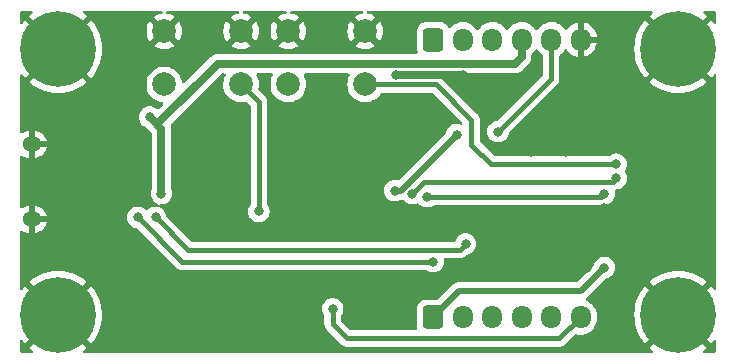
<source format=gbl>
%TF.GenerationSoftware,KiCad,Pcbnew,(6.0.0)*%
%TF.CreationDate,2022-05-09T00:40:02+05:30*%
%TF.ProjectId,usb-micro-programmer,7573622d-6d69-4637-926f-2d70726f6772,rev?*%
%TF.SameCoordinates,Original*%
%TF.FileFunction,Copper,L2,Bot*%
%TF.FilePolarity,Positive*%
%FSLAX46Y46*%
G04 Gerber Fmt 4.6, Leading zero omitted, Abs format (unit mm)*
G04 Created by KiCad (PCBNEW (6.0.0)) date 2022-05-09 00:40:02*
%MOMM*%
%LPD*%
G01*
G04 APERTURE LIST*
G04 Aperture macros list*
%AMRoundRect*
0 Rectangle with rounded corners*
0 $1 Rounding radius*
0 $2 $3 $4 $5 $6 $7 $8 $9 X,Y pos of 4 corners*
0 Add a 4 corners polygon primitive as box body*
4,1,4,$2,$3,$4,$5,$6,$7,$8,$9,$2,$3,0*
0 Add four circle primitives for the rounded corners*
1,1,$1+$1,$2,$3*
1,1,$1+$1,$4,$5*
1,1,$1+$1,$6,$7*
1,1,$1+$1,$8,$9*
0 Add four rect primitives between the rounded corners*
20,1,$1+$1,$2,$3,$4,$5,0*
20,1,$1+$1,$4,$5,$6,$7,0*
20,1,$1+$1,$6,$7,$8,$9,0*
20,1,$1+$1,$8,$9,$2,$3,0*%
G04 Aperture macros list end*
%TA.AperFunction,ComponentPad*%
%ADD10C,2.000000*%
%TD*%
%TA.AperFunction,ComponentPad*%
%ADD11RoundRect,0.250000X-0.600000X-0.725000X0.600000X-0.725000X0.600000X0.725000X-0.600000X0.725000X0*%
%TD*%
%TA.AperFunction,ComponentPad*%
%ADD12O,1.700000X1.950000*%
%TD*%
%TA.AperFunction,ComponentPad*%
%ADD13C,6.400000*%
%TD*%
%TA.AperFunction,ComponentPad*%
%ADD14O,1.600000X1.300000*%
%TD*%
%TA.AperFunction,ViaPad*%
%ADD15C,0.800000*%
%TD*%
%TA.AperFunction,Conductor*%
%ADD16C,0.508000*%
%TD*%
%TA.AperFunction,Conductor*%
%ADD17C,0.635000*%
%TD*%
%TA.AperFunction,Conductor*%
%ADD18C,0.381000*%
%TD*%
G04 APERTURE END LIST*
D10*
%TO.P,SW_IO0,1,1*%
%TO.N,GND*%
X104250000Y-92250000D03*
X110750000Y-92250000D03*
%TO.P,SW_IO0,2,2*%
%TO.N,/IO0*%
X104250000Y-96750000D03*
X110750000Y-96750000D03*
%TD*%
D11*
%TO.P,J4,1,1*%
%TO.N,/~{DTR}*%
X116500000Y-92950000D03*
D12*
%TO.P,J4,2,2*%
%TO.N,/RXD*%
X119000000Y-92950000D03*
%TO.P,J4,3,3*%
%TO.N,/TXD*%
X121500000Y-92950000D03*
%TO.P,J4,4,4*%
%TO.N,+5V*%
X124000000Y-92950000D03*
%TO.P,J4,5,5*%
%TO.N,/~{CTS}*%
X126500000Y-92950000D03*
%TO.P,J4,6,6*%
%TO.N,GND*%
X129000000Y-92950000D03*
%TD*%
D13*
%TO.P,H3,1,1*%
%TO.N,GND*%
X137250000Y-116250000D03*
%TD*%
%TO.P,H2,1,1*%
%TO.N,GND*%
X84750000Y-116250000D03*
%TD*%
%TO.P,H4,1,1*%
%TO.N,GND*%
X137250000Y-93750000D03*
%TD*%
D11*
%TO.P,J3,1,1*%
%TO.N,+3V3*%
X116500000Y-116450000D03*
D12*
%TO.P,J3,2,2*%
%TO.N,GND*%
X119000000Y-116450000D03*
%TO.P,J3,3,3*%
%TO.N,/RXD*%
X121500000Y-116450000D03*
%TO.P,J3,4,4*%
%TO.N,/TXD*%
X124000000Y-116450000D03*
%TO.P,J3,5,5*%
%TO.N,/IO0*%
X126500000Y-116450000D03*
%TO.P,J3,6,6*%
%TO.N,/EN*%
X129000000Y-116450000D03*
%TD*%
D13*
%TO.P,H1,1,1*%
%TO.N,GND*%
X84750000Y-93750000D03*
%TD*%
D10*
%TO.P,SW_EN,1,1*%
%TO.N,GND*%
X100250000Y-92250000D03*
X93750000Y-92250000D03*
%TO.P,SW_EN,2,2*%
%TO.N,/EN*%
X93750000Y-96750000D03*
X100250000Y-96750000D03*
%TD*%
D14*
%TO.P,J1,6,Shield*%
%TO.N,GND*%
X82499987Y-108174993D03*
X82499987Y-101824993D03*
%TD*%
D15*
%TO.N,GND*%
X124750000Y-109250000D03*
X124750000Y-102500000D03*
X131000000Y-107250000D03*
X118998400Y-95910400D03*
X106250000Y-113750000D03*
X87750000Y-108000000D03*
X127750000Y-109250000D03*
X96000000Y-103500000D03*
X113385600Y-95910400D03*
X96200000Y-113850000D03*
X96000000Y-105500000D03*
X129500000Y-112250000D03*
X100550000Y-115200000D03*
X112250000Y-113750000D03*
X96200000Y-115200000D03*
X100550000Y-113750000D03*
X127750000Y-102500000D03*
%TO.N,+3V3*%
X113250000Y-105750000D03*
X131000000Y-112250000D03*
X118500000Y-101000000D03*
%TO.N,+5V*%
X93500000Y-106000000D03*
X92500000Y-99500000D03*
%TO.N,/EN*%
X108000000Y-115750000D03*
X101750000Y-107500000D03*
%TO.N,/IO0*%
X132000000Y-103500000D03*
%TO.N,/D+*%
X116500000Y-111750000D03*
X91500000Y-108000000D03*
%TO.N,/D-*%
X119250000Y-110250000D03*
X93000000Y-108000000D03*
%TO.N,/RXD*%
X116000000Y-106250000D03*
X131000000Y-106000000D03*
%TO.N,/TXD*%
X132000000Y-104710000D03*
X114750000Y-106000000D03*
%TO.N,/~{CTS}*%
X122000000Y-100750000D03*
%TD*%
D16*
%TO.N,GND*%
X112250000Y-113750000D02*
X106250000Y-113750000D01*
D17*
X118998400Y-95910400D02*
X113385600Y-95910400D01*
D16*
%TO.N,+3V3*%
X113250000Y-105750000D02*
X113750000Y-105750000D01*
X129000000Y-114250000D02*
X118700000Y-114250000D01*
X131000000Y-112250000D02*
X129000000Y-114250000D01*
X118700000Y-114250000D02*
X116500000Y-116450000D01*
X113750000Y-105750000D02*
X118500000Y-101000000D01*
D17*
%TO.N,+5V*%
X124000000Y-94440000D02*
X123461611Y-94978389D01*
X93500000Y-100500000D02*
X93250000Y-100250000D01*
X93500000Y-106000000D02*
X93500000Y-100500000D01*
X93125000Y-100125000D02*
X92500000Y-99500000D01*
X124000000Y-92950000D02*
X124000000Y-94440000D01*
X123461611Y-94978389D02*
X98271611Y-94978389D01*
X98271611Y-94978389D02*
X93125000Y-100125000D01*
X93250000Y-100250000D02*
X93125000Y-100125000D01*
D18*
%TO.N,/EN*%
X110750000Y-118250000D02*
X109250000Y-118250000D01*
X108000000Y-115750000D02*
X108000000Y-117000000D01*
X129000000Y-116450000D02*
X127200000Y-118250000D01*
X101750000Y-98250000D02*
X100250000Y-96750000D01*
X127200000Y-118250000D02*
X110750000Y-118250000D01*
X101750000Y-107500000D02*
X101750000Y-98250000D01*
X108000000Y-117000000D02*
X109250000Y-118250000D01*
%TO.N,/IO0*%
X132000000Y-103500000D02*
X121382755Y-103500000D01*
X119750000Y-101867245D02*
X119750000Y-99750000D01*
X119750000Y-99750000D02*
X116750000Y-96750000D01*
X116750000Y-96750000D02*
X110750000Y-96750000D01*
X121382755Y-103500000D02*
X119750000Y-101867245D01*
%TO.N,/D+*%
X95250000Y-111750000D02*
X116500000Y-111750000D01*
X91500000Y-108000000D02*
X95250000Y-111750000D01*
%TO.N,/D-*%
X118750000Y-110750000D02*
X119250000Y-110250000D01*
X95750000Y-110750000D02*
X115500000Y-110750000D01*
X93000000Y-108000000D02*
X95750000Y-110750000D01*
X115500000Y-110750000D02*
X118750000Y-110750000D01*
%TO.N,/RXD*%
X130750000Y-106250000D02*
X131000000Y-106000000D01*
X116000000Y-106250000D02*
X130750000Y-106250000D01*
%TO.N,/TXD*%
X131500000Y-105000000D02*
X131710000Y-105000000D01*
X114750000Y-106000000D02*
X115750000Y-105000000D01*
X115750000Y-105000000D02*
X131500000Y-105000000D01*
X131710000Y-105000000D02*
X132000000Y-104710000D01*
%TO.N,/~{CTS}*%
X126500000Y-96250000D02*
X122000000Y-100750000D01*
X126500000Y-92950000D02*
X126500000Y-96250000D01*
%TD*%
%TA.AperFunction,Conductor*%
%TO.N,GND*%
G36*
X82576815Y-90528002D02*
G01*
X82623308Y-90581658D01*
X82633412Y-90651932D01*
X82603918Y-90716512D01*
X82577317Y-90739674D01*
X82570260Y-90744257D01*
X82564939Y-90748123D01*
X82326165Y-90941478D01*
X82317700Y-90953733D01*
X82324034Y-90964824D01*
X84737188Y-93377978D01*
X84751132Y-93385592D01*
X84752965Y-93385461D01*
X84759580Y-93381210D01*
X87175100Y-90965690D01*
X87182241Y-90952614D01*
X87174784Y-90942247D01*
X86935065Y-90748126D01*
X86929728Y-90744248D01*
X86922681Y-90739672D01*
X86876444Y-90685795D01*
X86866675Y-90615474D01*
X86896476Y-90551034D01*
X86956385Y-90512936D01*
X86991306Y-90508000D01*
X93481625Y-90508000D01*
X93549746Y-90528002D01*
X93596239Y-90581658D01*
X93606343Y-90651932D01*
X93576849Y-90716512D01*
X93511039Y-90756519D01*
X93287373Y-90810217D01*
X93277988Y-90813266D01*
X93067837Y-90900313D01*
X93059042Y-90904795D01*
X92891555Y-91007432D01*
X92882093Y-91017890D01*
X92885876Y-91026666D01*
X93737188Y-91877978D01*
X93751132Y-91885592D01*
X93752965Y-91885461D01*
X93759580Y-91881210D01*
X94611080Y-91029710D01*
X94617840Y-91017330D01*
X94612113Y-91009680D01*
X94440958Y-90904795D01*
X94432163Y-90900313D01*
X94222012Y-90813266D01*
X94212627Y-90810217D01*
X93988961Y-90756519D01*
X93927392Y-90721167D01*
X93894709Y-90658140D01*
X93901290Y-90587449D01*
X93945044Y-90531538D01*
X94018375Y-90508000D01*
X99981625Y-90508000D01*
X100049746Y-90528002D01*
X100096239Y-90581658D01*
X100106343Y-90651932D01*
X100076849Y-90716512D01*
X100011039Y-90756519D01*
X99787373Y-90810217D01*
X99777988Y-90813266D01*
X99567837Y-90900313D01*
X99559042Y-90904795D01*
X99391555Y-91007432D01*
X99382093Y-91017890D01*
X99385876Y-91026666D01*
X100237188Y-91877978D01*
X100251132Y-91885592D01*
X100252965Y-91885461D01*
X100259580Y-91881210D01*
X101111080Y-91029710D01*
X101117840Y-91017330D01*
X101112113Y-91009680D01*
X100940958Y-90904795D01*
X100932163Y-90900313D01*
X100722012Y-90813266D01*
X100712627Y-90810217D01*
X100488961Y-90756519D01*
X100427392Y-90721167D01*
X100394709Y-90658140D01*
X100401290Y-90587449D01*
X100445044Y-90531538D01*
X100518375Y-90508000D01*
X103981625Y-90508000D01*
X104049746Y-90528002D01*
X104096239Y-90581658D01*
X104106343Y-90651932D01*
X104076849Y-90716512D01*
X104011039Y-90756519D01*
X103787373Y-90810217D01*
X103777988Y-90813266D01*
X103567837Y-90900313D01*
X103559042Y-90904795D01*
X103391555Y-91007432D01*
X103382093Y-91017890D01*
X103385876Y-91026666D01*
X104237188Y-91877978D01*
X104251132Y-91885592D01*
X104252965Y-91885461D01*
X104259580Y-91881210D01*
X105111080Y-91029710D01*
X105117840Y-91017330D01*
X105112113Y-91009680D01*
X104940958Y-90904795D01*
X104932163Y-90900313D01*
X104722012Y-90813266D01*
X104712627Y-90810217D01*
X104488961Y-90756519D01*
X104427392Y-90721167D01*
X104394709Y-90658140D01*
X104401290Y-90587449D01*
X104445044Y-90531538D01*
X104518375Y-90508000D01*
X110481625Y-90508000D01*
X110549746Y-90528002D01*
X110596239Y-90581658D01*
X110606343Y-90651932D01*
X110576849Y-90716512D01*
X110511039Y-90756519D01*
X110287373Y-90810217D01*
X110277988Y-90813266D01*
X110067837Y-90900313D01*
X110059042Y-90904795D01*
X109891555Y-91007432D01*
X109882093Y-91017890D01*
X109885876Y-91026666D01*
X110737188Y-91877978D01*
X110751132Y-91885592D01*
X110752965Y-91885461D01*
X110759580Y-91881210D01*
X111611080Y-91029710D01*
X111617840Y-91017330D01*
X111612113Y-91009680D01*
X111440958Y-90904795D01*
X111432163Y-90900313D01*
X111222012Y-90813266D01*
X111212627Y-90810217D01*
X110988961Y-90756519D01*
X110927392Y-90721167D01*
X110894709Y-90658140D01*
X110901290Y-90587449D01*
X110945044Y-90531538D01*
X111018375Y-90508000D01*
X135008694Y-90508000D01*
X135076815Y-90528002D01*
X135123308Y-90581658D01*
X135133412Y-90651932D01*
X135103918Y-90716512D01*
X135077317Y-90739674D01*
X135070260Y-90744257D01*
X135064939Y-90748123D01*
X134826165Y-90941478D01*
X134817700Y-90953733D01*
X134824034Y-90964824D01*
X137237188Y-93377978D01*
X137251132Y-93385592D01*
X137252965Y-93385461D01*
X137259580Y-93381210D01*
X139675100Y-90965690D01*
X139682241Y-90952614D01*
X139674784Y-90942247D01*
X139435065Y-90748126D01*
X139429728Y-90744248D01*
X139422681Y-90739672D01*
X139376444Y-90685795D01*
X139366675Y-90615474D01*
X139396476Y-90551034D01*
X139456385Y-90512936D01*
X139491306Y-90508000D01*
X140200672Y-90508000D01*
X140220057Y-90509500D01*
X140234859Y-90511805D01*
X140234861Y-90511805D01*
X140243730Y-90513186D01*
X140252631Y-90512022D01*
X140261606Y-90512132D01*
X140261596Y-90512949D01*
X140283087Y-90513241D01*
X140305068Y-90516722D01*
X140342563Y-90528904D01*
X140374465Y-90545159D01*
X140406357Y-90568331D01*
X140431669Y-90593643D01*
X140454841Y-90625535D01*
X140471096Y-90657437D01*
X140483278Y-90694930D01*
X140486624Y-90716057D01*
X140488054Y-90735766D01*
X140486814Y-90743730D01*
X140488638Y-90757678D01*
X140490936Y-90775251D01*
X140492000Y-90791589D01*
X140492000Y-91508694D01*
X140471998Y-91576815D01*
X140418342Y-91623308D01*
X140348068Y-91633412D01*
X140283488Y-91603918D01*
X140260326Y-91577317D01*
X140255743Y-91570260D01*
X140251877Y-91564939D01*
X140058522Y-91326165D01*
X140046267Y-91317700D01*
X140035176Y-91324034D01*
X137622022Y-93737188D01*
X137614408Y-93751132D01*
X137614539Y-93752965D01*
X137618790Y-93759580D01*
X140034310Y-96175100D01*
X140047386Y-96182241D01*
X140057753Y-96174784D01*
X140251877Y-95935061D01*
X140255743Y-95929740D01*
X140260326Y-95922683D01*
X140314202Y-95876445D01*
X140384523Y-95866675D01*
X140448963Y-95896474D01*
X140487063Y-95956382D01*
X140492000Y-95991306D01*
X140492000Y-114008694D01*
X140471998Y-114076815D01*
X140418342Y-114123308D01*
X140348068Y-114133412D01*
X140283488Y-114103918D01*
X140260326Y-114077317D01*
X140255743Y-114070260D01*
X140251877Y-114064939D01*
X140058522Y-113826165D01*
X140046267Y-113817700D01*
X140035176Y-113824034D01*
X137622022Y-116237188D01*
X137614408Y-116251132D01*
X137614539Y-116252965D01*
X137618790Y-116259580D01*
X140034310Y-118675100D01*
X140047386Y-118682241D01*
X140057753Y-118674784D01*
X140251877Y-118435061D01*
X140255743Y-118429740D01*
X140260326Y-118422683D01*
X140314202Y-118376445D01*
X140384523Y-118366675D01*
X140448963Y-118396474D01*
X140487063Y-118456382D01*
X140492000Y-118491306D01*
X140492000Y-119200672D01*
X140490500Y-119220056D01*
X140486814Y-119243730D01*
X140487978Y-119252631D01*
X140487868Y-119261606D01*
X140487051Y-119261596D01*
X140486759Y-119283087D01*
X140483278Y-119305068D01*
X140471096Y-119342563D01*
X140454841Y-119374465D01*
X140431669Y-119406357D01*
X140406357Y-119431669D01*
X140374465Y-119454841D01*
X140342563Y-119471096D01*
X140305070Y-119483278D01*
X140283943Y-119486624D01*
X140264234Y-119488054D01*
X140256270Y-119486814D01*
X140224749Y-119490936D01*
X140208411Y-119492000D01*
X139491306Y-119492000D01*
X139423185Y-119471998D01*
X139376692Y-119418342D01*
X139366588Y-119348068D01*
X139396082Y-119283488D01*
X139422681Y-119260328D01*
X139429728Y-119255752D01*
X139435065Y-119251874D01*
X139673835Y-119058522D01*
X139682300Y-119046267D01*
X139675966Y-119035176D01*
X137262812Y-116622022D01*
X137248868Y-116614408D01*
X137247035Y-116614539D01*
X137240420Y-116618790D01*
X134824900Y-119034310D01*
X134817759Y-119047386D01*
X134825216Y-119057753D01*
X135064935Y-119251874D01*
X135070272Y-119255752D01*
X135077319Y-119260328D01*
X135123556Y-119314205D01*
X135133325Y-119384526D01*
X135103524Y-119448966D01*
X135043615Y-119487064D01*
X135008694Y-119492000D01*
X86991306Y-119492000D01*
X86923185Y-119471998D01*
X86876692Y-119418342D01*
X86866588Y-119348068D01*
X86896082Y-119283488D01*
X86922681Y-119260328D01*
X86929728Y-119255752D01*
X86935065Y-119251874D01*
X87173835Y-119058522D01*
X87182300Y-119046267D01*
X87175966Y-119035176D01*
X84762812Y-116622022D01*
X84748868Y-116614408D01*
X84747035Y-116614539D01*
X84740420Y-116618790D01*
X82324900Y-119034310D01*
X82317759Y-119047386D01*
X82325216Y-119057753D01*
X82564935Y-119251874D01*
X82570272Y-119255752D01*
X82577319Y-119260328D01*
X82623556Y-119314205D01*
X82633325Y-119384526D01*
X82603524Y-119448966D01*
X82543615Y-119487064D01*
X82508694Y-119492000D01*
X81799328Y-119492000D01*
X81779943Y-119490500D01*
X81765141Y-119488195D01*
X81765139Y-119488195D01*
X81756270Y-119486814D01*
X81747369Y-119487978D01*
X81738394Y-119487868D01*
X81738404Y-119487051D01*
X81716913Y-119486759D01*
X81694932Y-119483278D01*
X81657437Y-119471096D01*
X81625535Y-119454841D01*
X81593643Y-119431669D01*
X81568331Y-119406357D01*
X81545159Y-119374465D01*
X81528904Y-119342563D01*
X81516722Y-119305068D01*
X81514157Y-119288871D01*
X81513266Y-119262541D01*
X81513071Y-119262539D01*
X81513123Y-119258314D01*
X81513123Y-119258305D01*
X81513224Y-119250000D01*
X81509273Y-119222412D01*
X81508000Y-119204549D01*
X81508000Y-118491306D01*
X81528002Y-118423185D01*
X81581658Y-118376692D01*
X81651932Y-118366588D01*
X81716512Y-118396082D01*
X81739674Y-118422683D01*
X81744257Y-118429740D01*
X81748123Y-118435061D01*
X81941478Y-118673835D01*
X81953733Y-118682300D01*
X81964824Y-118675966D01*
X84377978Y-116262812D01*
X84384356Y-116251132D01*
X85114408Y-116251132D01*
X85114539Y-116252965D01*
X85118790Y-116259580D01*
X87534310Y-118675100D01*
X87547386Y-118682241D01*
X87557753Y-118674784D01*
X87751877Y-118435061D01*
X87755747Y-118429735D01*
X87963831Y-118109313D01*
X87967128Y-118103603D01*
X88140578Y-117763189D01*
X88143260Y-117757164D01*
X88280171Y-117400498D01*
X88282212Y-117394216D01*
X88381094Y-117025184D01*
X88382465Y-117018734D01*
X88442234Y-116641371D01*
X88442920Y-116634833D01*
X88462916Y-116253301D01*
X88462916Y-116246699D01*
X88442920Y-115865167D01*
X88442234Y-115858629D01*
X88425029Y-115750000D01*
X107086496Y-115750000D01*
X107087186Y-115756565D01*
X107100287Y-115881210D01*
X107106458Y-115939928D01*
X107165473Y-116121556D01*
X107260960Y-116286944D01*
X107268637Y-116295470D01*
X107299353Y-116359476D01*
X107301000Y-116379779D01*
X107301000Y-116971401D01*
X107300708Y-116979971D01*
X107296830Y-117036852D01*
X107298135Y-117044328D01*
X107298135Y-117044332D01*
X107307663Y-117098924D01*
X107308626Y-117105449D01*
X107314203Y-117151529D01*
X107316191Y-117167960D01*
X107318875Y-117175062D01*
X107319719Y-117178500D01*
X107323583Y-117192623D01*
X107324613Y-117196034D01*
X107325919Y-117203517D01*
X107328972Y-117210472D01*
X107351239Y-117261198D01*
X107353730Y-117267304D01*
X107372038Y-117315752D01*
X107375994Y-117326222D01*
X107380293Y-117332477D01*
X107381935Y-117335618D01*
X107389033Y-117348372D01*
X107390870Y-117351478D01*
X107393923Y-117358433D01*
X107398548Y-117364460D01*
X107398550Y-117364464D01*
X107432265Y-117408402D01*
X107436129Y-117413720D01*
X107471821Y-117465652D01*
X107477491Y-117470704D01*
X107477492Y-117470705D01*
X107517688Y-117506518D01*
X107522964Y-117511499D01*
X108735503Y-118724038D01*
X108741356Y-118730303D01*
X108778842Y-118773274D01*
X108830378Y-118809494D01*
X108835674Y-118813427D01*
X108879263Y-118847606D01*
X108879266Y-118847608D01*
X108885240Y-118852292D01*
X108892164Y-118855418D01*
X108895199Y-118857256D01*
X108907898Y-118864500D01*
X108911046Y-118866188D01*
X108917261Y-118870556D01*
X108975950Y-118893438D01*
X108981995Y-118895978D01*
X109039435Y-118921913D01*
X109046908Y-118923298D01*
X109050326Y-118924369D01*
X109064315Y-118928354D01*
X109067807Y-118929251D01*
X109074889Y-118932012D01*
X109082422Y-118933004D01*
X109082423Y-118933004D01*
X109137330Y-118940233D01*
X109143843Y-118941265D01*
X109198318Y-118951361D01*
X109198320Y-118951361D01*
X109205787Y-118952745D01*
X109213367Y-118952308D01*
X109213368Y-118952308D01*
X109267112Y-118949209D01*
X109274365Y-118949000D01*
X127171401Y-118949000D01*
X127179971Y-118949292D01*
X127229277Y-118952654D01*
X127229281Y-118952654D01*
X127236852Y-118953170D01*
X127244328Y-118951865D01*
X127244332Y-118951865D01*
X127298924Y-118942337D01*
X127305449Y-118941374D01*
X127360418Y-118934722D01*
X127360420Y-118934721D01*
X127367960Y-118933809D01*
X127375062Y-118931125D01*
X127378500Y-118930281D01*
X127392623Y-118926417D01*
X127396034Y-118925387D01*
X127403517Y-118924081D01*
X127461197Y-118898761D01*
X127467304Y-118896270D01*
X127519117Y-118876691D01*
X127519118Y-118876690D01*
X127526222Y-118874006D01*
X127532477Y-118869707D01*
X127535618Y-118868065D01*
X127548372Y-118860967D01*
X127551478Y-118859130D01*
X127558433Y-118856077D01*
X127564460Y-118851452D01*
X127564464Y-118851450D01*
X127608402Y-118817735D01*
X127613720Y-118813871D01*
X127665652Y-118778179D01*
X127706519Y-118732311D01*
X127711499Y-118727036D01*
X128519664Y-117918871D01*
X128581976Y-117884845D01*
X128646121Y-117887633D01*
X128707227Y-117906607D01*
X128812208Y-117920521D01*
X128930489Y-117936198D01*
X128930494Y-117936198D01*
X128935774Y-117936898D01*
X128941103Y-117936698D01*
X128941105Y-117936698D01*
X129050966Y-117932573D01*
X129166158Y-117928249D01*
X129391791Y-117880907D01*
X129396750Y-117878949D01*
X129396752Y-117878948D01*
X129601256Y-117798185D01*
X129601258Y-117798184D01*
X129606221Y-117796224D01*
X129803317Y-117676623D01*
X129807347Y-117673126D01*
X129973412Y-117529023D01*
X129973414Y-117529021D01*
X129977445Y-117525523D01*
X130034391Y-117456073D01*
X130120240Y-117351373D01*
X130120244Y-117351367D01*
X130123624Y-117347245D01*
X130126424Y-117342327D01*
X130235032Y-117151529D01*
X130237675Y-117146886D01*
X130316337Y-116930175D01*
X130339023Y-116804720D01*
X130356623Y-116707392D01*
X130356624Y-116707385D01*
X130357361Y-116703308D01*
X130358500Y-116679156D01*
X130358500Y-116267110D01*
X130357328Y-116253301D01*
X133537084Y-116253301D01*
X133557080Y-116634833D01*
X133557766Y-116641371D01*
X133617535Y-117018734D01*
X133618906Y-117025184D01*
X133717788Y-117394216D01*
X133719829Y-117400498D01*
X133856740Y-117757164D01*
X133859422Y-117763189D01*
X134032872Y-118103603D01*
X134036169Y-118109313D01*
X134244253Y-118429735D01*
X134248123Y-118435061D01*
X134441478Y-118673835D01*
X134453733Y-118682300D01*
X134464824Y-118675966D01*
X136877978Y-116262812D01*
X136885592Y-116248868D01*
X136885461Y-116247035D01*
X136881210Y-116240420D01*
X134465690Y-113824900D01*
X134452614Y-113817759D01*
X134442247Y-113825216D01*
X134248123Y-114064939D01*
X134244253Y-114070265D01*
X134036169Y-114390687D01*
X134032872Y-114396397D01*
X133859422Y-114736811D01*
X133856740Y-114742836D01*
X133719829Y-115099502D01*
X133717788Y-115105784D01*
X133618906Y-115474816D01*
X133617535Y-115481266D01*
X133557766Y-115858629D01*
X133557080Y-115865167D01*
X133537084Y-116246699D01*
X133537084Y-116253301D01*
X130357328Y-116253301D01*
X130346150Y-116121556D01*
X130344371Y-116100591D01*
X130344370Y-116100587D01*
X130343920Y-116095280D01*
X130342582Y-116090125D01*
X130342581Y-116090119D01*
X130287343Y-115877297D01*
X130287342Y-115877293D01*
X130286001Y-115872128D01*
X130282866Y-115865167D01*
X130193507Y-115666798D01*
X130191312Y-115661925D01*
X130062559Y-115470681D01*
X130003918Y-115409209D01*
X129970785Y-115374477D01*
X129903424Y-115303865D01*
X129718458Y-115166246D01*
X129713707Y-115163830D01*
X129713703Y-115163828D01*
X129517696Y-115064173D01*
X129517691Y-115064171D01*
X129512949Y-115061760D01*
X129511926Y-115061442D01*
X129457335Y-115018074D01*
X129434447Y-114950868D01*
X129451526Y-114881956D01*
X129476923Y-114851055D01*
X129480005Y-114848333D01*
X129480031Y-114848362D01*
X129482962Y-114845762D01*
X129486316Y-114842958D01*
X129492435Y-114838946D01*
X129545989Y-114782413D01*
X129548366Y-114779972D01*
X130874605Y-113453733D01*
X134817700Y-113453733D01*
X134824034Y-113464824D01*
X137237188Y-115877978D01*
X137251132Y-115885592D01*
X137252965Y-115885461D01*
X137259580Y-115881210D01*
X139675100Y-113465690D01*
X139682241Y-113452614D01*
X139674784Y-113442247D01*
X139435065Y-113248126D01*
X139429728Y-113244249D01*
X139109315Y-113036170D01*
X139103606Y-113032873D01*
X138763189Y-112859422D01*
X138757164Y-112856740D01*
X138400498Y-112719829D01*
X138394216Y-112717788D01*
X138025184Y-112618906D01*
X138018734Y-112617535D01*
X137641371Y-112557766D01*
X137634833Y-112557080D01*
X137253301Y-112537084D01*
X137246699Y-112537084D01*
X136865167Y-112557080D01*
X136858629Y-112557766D01*
X136481266Y-112617535D01*
X136474816Y-112618906D01*
X136105784Y-112717788D01*
X136099502Y-112719829D01*
X135742836Y-112856740D01*
X135736811Y-112859422D01*
X135396397Y-113032872D01*
X135390687Y-113036169D01*
X135070265Y-113244253D01*
X135064939Y-113248123D01*
X134826165Y-113441478D01*
X134817700Y-113453733D01*
X130874605Y-113453733D01*
X131163515Y-113164823D01*
X131226412Y-113130672D01*
X131275824Y-113120169D01*
X131275833Y-113120166D01*
X131282288Y-113118794D01*
X131288319Y-113116109D01*
X131450722Y-113043803D01*
X131450724Y-113043802D01*
X131456752Y-113041118D01*
X131463563Y-113036170D01*
X131512157Y-113000864D01*
X131611253Y-112928866D01*
X131673781Y-112859422D01*
X131734621Y-112791852D01*
X131734622Y-112791851D01*
X131739040Y-112786944D01*
X131813197Y-112658500D01*
X131831223Y-112627279D01*
X131831224Y-112627278D01*
X131834527Y-112621556D01*
X131893542Y-112439928D01*
X131894759Y-112428354D01*
X131912814Y-112256565D01*
X131913504Y-112250000D01*
X131899344Y-112115271D01*
X131894232Y-112066635D01*
X131894232Y-112066633D01*
X131893542Y-112060072D01*
X131834527Y-111878444D01*
X131739040Y-111713056D01*
X131611253Y-111571134D01*
X131456752Y-111458882D01*
X131450724Y-111456198D01*
X131450722Y-111456197D01*
X131288319Y-111383891D01*
X131288318Y-111383891D01*
X131282288Y-111381206D01*
X131187072Y-111360967D01*
X131101944Y-111342872D01*
X131101939Y-111342872D01*
X131095487Y-111341500D01*
X130904513Y-111341500D01*
X130898061Y-111342872D01*
X130898056Y-111342872D01*
X130812928Y-111360967D01*
X130717712Y-111381206D01*
X130711682Y-111383891D01*
X130711681Y-111383891D01*
X130549278Y-111456197D01*
X130549276Y-111456198D01*
X130543248Y-111458882D01*
X130388747Y-111571134D01*
X130260960Y-111713056D01*
X130165473Y-111878444D01*
X130143456Y-111946206D01*
X130113335Y-112038907D01*
X130082597Y-112089066D01*
X128721067Y-113450595D01*
X128658755Y-113484621D01*
X128631972Y-113487500D01*
X118767376Y-113487500D01*
X118748426Y-113486067D01*
X118734027Y-113483876D01*
X118734021Y-113483876D01*
X118726792Y-113482776D01*
X118719500Y-113483369D01*
X118719497Y-113483369D01*
X118673817Y-113487085D01*
X118663602Y-113487500D01*
X118655475Y-113487500D01*
X118651839Y-113487924D01*
X118651837Y-113487924D01*
X118648385Y-113488327D01*
X118627076Y-113490811D01*
X118622756Y-113491238D01*
X118549574Y-113497191D01*
X118542612Y-113499447D01*
X118536624Y-113500643D01*
X118530667Y-113502051D01*
X118523393Y-113502899D01*
X118516511Y-113505397D01*
X118516507Y-113505398D01*
X118454393Y-113527945D01*
X118450289Y-113529355D01*
X118380425Y-113551987D01*
X118374162Y-113555787D01*
X118368620Y-113558325D01*
X118363144Y-113561067D01*
X118356259Y-113563566D01*
X118350135Y-113567581D01*
X118294868Y-113603815D01*
X118291200Y-113606130D01*
X118228419Y-113644227D01*
X118224214Y-113647941D01*
X118224211Y-113647943D01*
X118219995Y-113651667D01*
X118219969Y-113651638D01*
X118217038Y-113654238D01*
X118213684Y-113657042D01*
X118207565Y-113661054D01*
X118202533Y-113666366D01*
X118154012Y-113717586D01*
X118151634Y-113720028D01*
X116942067Y-114929595D01*
X116879755Y-114963621D01*
X116852972Y-114966500D01*
X115849600Y-114966500D01*
X115846354Y-114966837D01*
X115846350Y-114966837D01*
X115750692Y-114976762D01*
X115750688Y-114976763D01*
X115743834Y-114977474D01*
X115737298Y-114979655D01*
X115737296Y-114979655D01*
X115629979Y-115015459D01*
X115576054Y-115033450D01*
X115425652Y-115126522D01*
X115300695Y-115251697D01*
X115296855Y-115257927D01*
X115296854Y-115257928D01*
X115218693Y-115384729D01*
X115207885Y-115402262D01*
X115205581Y-115409209D01*
X115156432Y-115557390D01*
X115152203Y-115570139D01*
X115151503Y-115576975D01*
X115151502Y-115576978D01*
X115149934Y-115592284D01*
X115141500Y-115674600D01*
X115141500Y-117225400D01*
X115141837Y-117228646D01*
X115141837Y-117228650D01*
X115151224Y-117319117D01*
X115152474Y-117331166D01*
X115154657Y-117337708D01*
X115154657Y-117337710D01*
X115170475Y-117385123D01*
X115173060Y-117456073D01*
X115136877Y-117517157D01*
X115073413Y-117548982D01*
X115050952Y-117551000D01*
X109591725Y-117551000D01*
X109523604Y-117530998D01*
X109502630Y-117514095D01*
X108735905Y-116747370D01*
X108701879Y-116685058D01*
X108699000Y-116658275D01*
X108699000Y-116379779D01*
X108719002Y-116311658D01*
X108731359Y-116295475D01*
X108739040Y-116286944D01*
X108834527Y-116121556D01*
X108893542Y-115939928D01*
X108899714Y-115881210D01*
X108912814Y-115756565D01*
X108913504Y-115750000D01*
X108899991Y-115621434D01*
X108894232Y-115566635D01*
X108894232Y-115566633D01*
X108893542Y-115560072D01*
X108834527Y-115378444D01*
X108739040Y-115213056D01*
X108665791Y-115131704D01*
X108615675Y-115076045D01*
X108615674Y-115076044D01*
X108611253Y-115071134D01*
X108490095Y-114983107D01*
X108462094Y-114962763D01*
X108462093Y-114962762D01*
X108456752Y-114958882D01*
X108450724Y-114956198D01*
X108450722Y-114956197D01*
X108288319Y-114883891D01*
X108288318Y-114883891D01*
X108282288Y-114881206D01*
X108188888Y-114861353D01*
X108101944Y-114842872D01*
X108101939Y-114842872D01*
X108095487Y-114841500D01*
X107904513Y-114841500D01*
X107898061Y-114842872D01*
X107898056Y-114842872D01*
X107811112Y-114861353D01*
X107717712Y-114881206D01*
X107711682Y-114883891D01*
X107711681Y-114883891D01*
X107549278Y-114956197D01*
X107549276Y-114956198D01*
X107543248Y-114958882D01*
X107537907Y-114962762D01*
X107537906Y-114962763D01*
X107509905Y-114983107D01*
X107388747Y-115071134D01*
X107384326Y-115076044D01*
X107384325Y-115076045D01*
X107334210Y-115131704D01*
X107260960Y-115213056D01*
X107165473Y-115378444D01*
X107106458Y-115560072D01*
X107105768Y-115566633D01*
X107105768Y-115566635D01*
X107100009Y-115621434D01*
X107086496Y-115750000D01*
X88425029Y-115750000D01*
X88382465Y-115481266D01*
X88381094Y-115474816D01*
X88282212Y-115105784D01*
X88280171Y-115099502D01*
X88143260Y-114742836D01*
X88140578Y-114736811D01*
X87967128Y-114396397D01*
X87963831Y-114390687D01*
X87755747Y-114070265D01*
X87751877Y-114064939D01*
X87558522Y-113826165D01*
X87546267Y-113817700D01*
X87535176Y-113824034D01*
X85122022Y-116237188D01*
X85114408Y-116251132D01*
X84384356Y-116251132D01*
X84385592Y-116248868D01*
X84385461Y-116247035D01*
X84381210Y-116240420D01*
X81965690Y-113824900D01*
X81952614Y-113817759D01*
X81942247Y-113825216D01*
X81748123Y-114064939D01*
X81744257Y-114070260D01*
X81739674Y-114077317D01*
X81685798Y-114123555D01*
X81615477Y-114133325D01*
X81551037Y-114103526D01*
X81512937Y-114043618D01*
X81508000Y-114008694D01*
X81508000Y-113453733D01*
X82317700Y-113453733D01*
X82324034Y-113464824D01*
X84737188Y-115877978D01*
X84751132Y-115885592D01*
X84752965Y-115885461D01*
X84759580Y-115881210D01*
X87175100Y-113465690D01*
X87182241Y-113452614D01*
X87174784Y-113442247D01*
X86935065Y-113248126D01*
X86929728Y-113244249D01*
X86609315Y-113036170D01*
X86603606Y-113032873D01*
X86263189Y-112859422D01*
X86257164Y-112856740D01*
X85900498Y-112719829D01*
X85894216Y-112717788D01*
X85525184Y-112618906D01*
X85518734Y-112617535D01*
X85141371Y-112557766D01*
X85134833Y-112557080D01*
X84753301Y-112537084D01*
X84746699Y-112537084D01*
X84365167Y-112557080D01*
X84358629Y-112557766D01*
X83981266Y-112617535D01*
X83974816Y-112618906D01*
X83605784Y-112717788D01*
X83599502Y-112719829D01*
X83242836Y-112856740D01*
X83236811Y-112859422D01*
X82896397Y-113032872D01*
X82890687Y-113036169D01*
X82570265Y-113244253D01*
X82564939Y-113248123D01*
X82326165Y-113441478D01*
X82317700Y-113453733D01*
X81508000Y-113453733D01*
X81508000Y-109245668D01*
X81528002Y-109177547D01*
X81581658Y-109131054D01*
X81651932Y-109120950D01*
X81706678Y-109144432D01*
X81707211Y-109143611D01*
X81711972Y-109146703D01*
X81712005Y-109146717D01*
X81712057Y-109146758D01*
X81721707Y-109153025D01*
X81899823Y-109246736D01*
X81910466Y-109251145D01*
X82102671Y-109310826D01*
X82113933Y-109313220D01*
X82227999Y-109326720D01*
X82242418Y-109324278D01*
X82245987Y-109311536D01*
X82245987Y-109310283D01*
X82753987Y-109310283D01*
X82758258Y-109324828D01*
X82770392Y-109326891D01*
X82856163Y-109319009D01*
X82867485Y-109316910D01*
X83061190Y-109262280D01*
X83071937Y-109258156D01*
X83252453Y-109169134D01*
X83262260Y-109163124D01*
X83423536Y-109042694D01*
X83432076Y-109035004D01*
X83568707Y-108887199D01*
X83575708Y-108878074D01*
X83683112Y-108707849D01*
X83688333Y-108697602D01*
X83762915Y-108510661D01*
X83766184Y-108499624D01*
X83776699Y-108446763D01*
X83775547Y-108433887D01*
X83760391Y-108428993D01*
X82772102Y-108428993D01*
X82756863Y-108433468D01*
X82755658Y-108434858D01*
X82753987Y-108442541D01*
X82753987Y-109310283D01*
X82245987Y-109310283D01*
X82245987Y-108000000D01*
X90586496Y-108000000D01*
X90606458Y-108189928D01*
X90665473Y-108371556D01*
X90668776Y-108377278D01*
X90668777Y-108377279D01*
X90702686Y-108436010D01*
X90760960Y-108536944D01*
X90888747Y-108678866D01*
X91043248Y-108791118D01*
X91049276Y-108793802D01*
X91049278Y-108793803D01*
X91211681Y-108866109D01*
X91217712Y-108868794D01*
X91387631Y-108904912D01*
X91450528Y-108939063D01*
X94735503Y-112224038D01*
X94741356Y-112230303D01*
X94778842Y-112273274D01*
X94805276Y-112291852D01*
X94830378Y-112309494D01*
X94835674Y-112313427D01*
X94879263Y-112347606D01*
X94879266Y-112347608D01*
X94885240Y-112352292D01*
X94892164Y-112355418D01*
X94895199Y-112357256D01*
X94907898Y-112364500D01*
X94911046Y-112366188D01*
X94917261Y-112370556D01*
X94975950Y-112393438D01*
X94981995Y-112395978D01*
X95039435Y-112421913D01*
X95046908Y-112423298D01*
X95050326Y-112424369D01*
X95064315Y-112428354D01*
X95067807Y-112429251D01*
X95074889Y-112432012D01*
X95082422Y-112433004D01*
X95082423Y-112433004D01*
X95137330Y-112440233D01*
X95143843Y-112441265D01*
X95198318Y-112451361D01*
X95198320Y-112451361D01*
X95205787Y-112452745D01*
X95213367Y-112452308D01*
X95213368Y-112452308D01*
X95267112Y-112449209D01*
X95274365Y-112449000D01*
X115875519Y-112449000D01*
X115943640Y-112469002D01*
X115949580Y-112473064D01*
X116037696Y-112537084D01*
X116043248Y-112541118D01*
X116049276Y-112543802D01*
X116049278Y-112543803D01*
X116079099Y-112557080D01*
X116217712Y-112618794D01*
X116311113Y-112638647D01*
X116398056Y-112657128D01*
X116398061Y-112657128D01*
X116404513Y-112658500D01*
X116595487Y-112658500D01*
X116601939Y-112657128D01*
X116601944Y-112657128D01*
X116688888Y-112638647D01*
X116782288Y-112618794D01*
X116920901Y-112557080D01*
X116950722Y-112543803D01*
X116950724Y-112543802D01*
X116956752Y-112541118D01*
X116962305Y-112537084D01*
X117056011Y-112469002D01*
X117111253Y-112428866D01*
X117140856Y-112395989D01*
X117234621Y-112291852D01*
X117234622Y-112291851D01*
X117239040Y-112286944D01*
X117334527Y-112121556D01*
X117393542Y-111939928D01*
X117413504Y-111750000D01*
X117396495Y-111588170D01*
X117409267Y-111518332D01*
X117457769Y-111466485D01*
X117521805Y-111449000D01*
X118721401Y-111449000D01*
X118729971Y-111449292D01*
X118779277Y-111452654D01*
X118779281Y-111452654D01*
X118786852Y-111453170D01*
X118794328Y-111451865D01*
X118794332Y-111451865D01*
X118848924Y-111442337D01*
X118855449Y-111441374D01*
X118910418Y-111434722D01*
X118910420Y-111434721D01*
X118917960Y-111433809D01*
X118925062Y-111431125D01*
X118928500Y-111430281D01*
X118942623Y-111426417D01*
X118946034Y-111425387D01*
X118953517Y-111424081D01*
X119011197Y-111398761D01*
X119017304Y-111396270D01*
X119069117Y-111376691D01*
X119069118Y-111376690D01*
X119076222Y-111374006D01*
X119082477Y-111369707D01*
X119085618Y-111368065D01*
X119098372Y-111360967D01*
X119101478Y-111359130D01*
X119108433Y-111356077D01*
X119114460Y-111351452D01*
X119114464Y-111351450D01*
X119158402Y-111317735D01*
X119163720Y-111313871D01*
X119215652Y-111278179D01*
X119256535Y-111232293D01*
X119261498Y-111227037D01*
X119299472Y-111189063D01*
X119362369Y-111154912D01*
X119532288Y-111118794D01*
X119538319Y-111116109D01*
X119700722Y-111043803D01*
X119700724Y-111043802D01*
X119706752Y-111041118D01*
X119861253Y-110928866D01*
X119989040Y-110786944D01*
X120084527Y-110621556D01*
X120143542Y-110439928D01*
X120163504Y-110250000D01*
X120143542Y-110060072D01*
X120084527Y-109878444D01*
X119989040Y-109713056D01*
X119861253Y-109571134D01*
X119706752Y-109458882D01*
X119700724Y-109456198D01*
X119700722Y-109456197D01*
X119538319Y-109383891D01*
X119538318Y-109383891D01*
X119532288Y-109381206D01*
X119438888Y-109361353D01*
X119351944Y-109342872D01*
X119351939Y-109342872D01*
X119345487Y-109341500D01*
X119154513Y-109341500D01*
X119148061Y-109342872D01*
X119148056Y-109342872D01*
X119061112Y-109361353D01*
X118967712Y-109381206D01*
X118961682Y-109383891D01*
X118961681Y-109383891D01*
X118799278Y-109456197D01*
X118799276Y-109456198D01*
X118793248Y-109458882D01*
X118638747Y-109571134D01*
X118510960Y-109713056D01*
X118415473Y-109878444D01*
X118413431Y-109884729D01*
X118387695Y-109963936D01*
X118347622Y-110022542D01*
X118282225Y-110050179D01*
X118267862Y-110051000D01*
X96091726Y-110051000D01*
X96023605Y-110030998D01*
X96002631Y-110014095D01*
X93936243Y-107947708D01*
X93902218Y-107885396D01*
X93900028Y-107871783D01*
X93894232Y-107816637D01*
X93894232Y-107816635D01*
X93893542Y-107810072D01*
X93834527Y-107628444D01*
X93739040Y-107463056D01*
X93611253Y-107321134D01*
X93512157Y-107249136D01*
X93462094Y-107212763D01*
X93462093Y-107212762D01*
X93456752Y-107208882D01*
X93450724Y-107206198D01*
X93450722Y-107206197D01*
X93308634Y-107142936D01*
X93254539Y-107096956D01*
X93239070Y-107046071D01*
X93193548Y-107086281D01*
X93123374Y-107097054D01*
X93113920Y-107095418D01*
X93101944Y-107092872D01*
X93101939Y-107092872D01*
X93095487Y-107091500D01*
X92904513Y-107091500D01*
X92898061Y-107092872D01*
X92898056Y-107092872D01*
X92811112Y-107111353D01*
X92717712Y-107131206D01*
X92711682Y-107133891D01*
X92711681Y-107133891D01*
X92549278Y-107206197D01*
X92549276Y-107206198D01*
X92543248Y-107208882D01*
X92537907Y-107212762D01*
X92537906Y-107212763D01*
X92487843Y-107249136D01*
X92388747Y-107321134D01*
X92384326Y-107326044D01*
X92384325Y-107326045D01*
X92343636Y-107371235D01*
X92283190Y-107408475D01*
X92212207Y-107407123D01*
X92156364Y-107371235D01*
X92115675Y-107326045D01*
X92115674Y-107326044D01*
X92111253Y-107321134D01*
X92012157Y-107249136D01*
X91962094Y-107212763D01*
X91962093Y-107212762D01*
X91956752Y-107208882D01*
X91950724Y-107206198D01*
X91950722Y-107206197D01*
X91788319Y-107133891D01*
X91788318Y-107133891D01*
X91782288Y-107131206D01*
X91688888Y-107111353D01*
X91601944Y-107092872D01*
X91601939Y-107092872D01*
X91595487Y-107091500D01*
X91404513Y-107091500D01*
X91398061Y-107092872D01*
X91398056Y-107092872D01*
X91311112Y-107111353D01*
X91217712Y-107131206D01*
X91211682Y-107133891D01*
X91211681Y-107133891D01*
X91049278Y-107206197D01*
X91049276Y-107206198D01*
X91043248Y-107208882D01*
X91037907Y-107212762D01*
X91037906Y-107212763D01*
X90987843Y-107249136D01*
X90888747Y-107321134D01*
X90760960Y-107463056D01*
X90665473Y-107628444D01*
X90606458Y-107810072D01*
X90605768Y-107816633D01*
X90605768Y-107816635D01*
X90598541Y-107885396D01*
X90586496Y-108000000D01*
X82245987Y-108000000D01*
X82245987Y-107902878D01*
X82753987Y-107902878D01*
X82758462Y-107918117D01*
X82759852Y-107919322D01*
X82767535Y-107920993D01*
X83763281Y-107920993D01*
X83776243Y-107917187D01*
X83778179Y-107902271D01*
X83774300Y-107879693D01*
X83771321Y-107868576D01*
X83701656Y-107679741D01*
X83696706Y-107669363D01*
X83593796Y-107496387D01*
X83587032Y-107487078D01*
X83454322Y-107335750D01*
X83445987Y-107327840D01*
X83287918Y-107203229D01*
X83278267Y-107196961D01*
X83100151Y-107103250D01*
X83089508Y-107098841D01*
X82897303Y-107039160D01*
X82886041Y-107036766D01*
X82771975Y-107023266D01*
X82757556Y-107025708D01*
X82753987Y-107038450D01*
X82753987Y-107902878D01*
X82245987Y-107902878D01*
X82245987Y-107039703D01*
X82241716Y-107025158D01*
X82229582Y-107023095D01*
X82143811Y-107030977D01*
X82132489Y-107033076D01*
X81938784Y-107087706D01*
X81928037Y-107091830D01*
X81747521Y-107180852D01*
X81737714Y-107186862D01*
X81709389Y-107208013D01*
X81642839Y-107232745D01*
X81573483Y-107217570D01*
X81523340Y-107167308D01*
X81508000Y-107107055D01*
X81508000Y-102895668D01*
X81528002Y-102827547D01*
X81581658Y-102781054D01*
X81651932Y-102770950D01*
X81706678Y-102794432D01*
X81707211Y-102793611D01*
X81711972Y-102796703D01*
X81712005Y-102796717D01*
X81712057Y-102796758D01*
X81721707Y-102803025D01*
X81899823Y-102896736D01*
X81910466Y-102901145D01*
X82102671Y-102960826D01*
X82113933Y-102963220D01*
X82227999Y-102976720D01*
X82242418Y-102974278D01*
X82245987Y-102961536D01*
X82245987Y-102960283D01*
X82753987Y-102960283D01*
X82758258Y-102974828D01*
X82770392Y-102976891D01*
X82856163Y-102969009D01*
X82867485Y-102966910D01*
X83061190Y-102912280D01*
X83071937Y-102908156D01*
X83252453Y-102819134D01*
X83262260Y-102813124D01*
X83423536Y-102692694D01*
X83432076Y-102685004D01*
X83568707Y-102537199D01*
X83575708Y-102528074D01*
X83683112Y-102357849D01*
X83688333Y-102347602D01*
X83762915Y-102160661D01*
X83766184Y-102149624D01*
X83776699Y-102096763D01*
X83775547Y-102083887D01*
X83760391Y-102078993D01*
X82772102Y-102078993D01*
X82756863Y-102083468D01*
X82755658Y-102084858D01*
X82753987Y-102092541D01*
X82753987Y-102960283D01*
X82245987Y-102960283D01*
X82245987Y-101552878D01*
X82753987Y-101552878D01*
X82758462Y-101568117D01*
X82759852Y-101569322D01*
X82767535Y-101570993D01*
X83763281Y-101570993D01*
X83776243Y-101567187D01*
X83778179Y-101552271D01*
X83774300Y-101529693D01*
X83771321Y-101518576D01*
X83701656Y-101329741D01*
X83696706Y-101319363D01*
X83593796Y-101146387D01*
X83587032Y-101137078D01*
X83454322Y-100985750D01*
X83445987Y-100977840D01*
X83287918Y-100853229D01*
X83278267Y-100846961D01*
X83100151Y-100753250D01*
X83089508Y-100748841D01*
X82897303Y-100689160D01*
X82886041Y-100686766D01*
X82771975Y-100673266D01*
X82757556Y-100675708D01*
X82753987Y-100688450D01*
X82753987Y-101552878D01*
X82245987Y-101552878D01*
X82245987Y-100689703D01*
X82241716Y-100675158D01*
X82229582Y-100673095D01*
X82143811Y-100680977D01*
X82132489Y-100683076D01*
X81938784Y-100737706D01*
X81928037Y-100741830D01*
X81747521Y-100830852D01*
X81737714Y-100836862D01*
X81709389Y-100858013D01*
X81642839Y-100882745D01*
X81573483Y-100867570D01*
X81523340Y-100817308D01*
X81508000Y-100757055D01*
X81508000Y-99500000D01*
X91586496Y-99500000D01*
X91587186Y-99506565D01*
X91602375Y-99651076D01*
X91606458Y-99689928D01*
X91665473Y-99871556D01*
X91668776Y-99877278D01*
X91668777Y-99877279D01*
X91702686Y-99936010D01*
X91760960Y-100036944D01*
X91765378Y-100041851D01*
X91765379Y-100041852D01*
X91810082Y-100091500D01*
X91888747Y-100178866D01*
X91954998Y-100227000D01*
X92024308Y-100277357D01*
X92043248Y-100291118D01*
X92049276Y-100293802D01*
X92049278Y-100293803D01*
X92165632Y-100345607D01*
X92203478Y-100371619D01*
X92485536Y-100653677D01*
X92498890Y-100669422D01*
X92501634Y-100673255D01*
X92501637Y-100673259D01*
X92505606Y-100678802D01*
X92510675Y-100683366D01*
X92553929Y-100722313D01*
X92558713Y-100726854D01*
X92637095Y-100805236D01*
X92671121Y-100867548D01*
X92674000Y-100894331D01*
X92674000Y-105584207D01*
X92664654Y-105628178D01*
X92665473Y-105628444D01*
X92606458Y-105810072D01*
X92605768Y-105816633D01*
X92605768Y-105816635D01*
X92592810Y-105939928D01*
X92586496Y-106000000D01*
X92606458Y-106189928D01*
X92665473Y-106371556D01*
X92760960Y-106536944D01*
X92888747Y-106678866D01*
X93043248Y-106791118D01*
X93049276Y-106793802D01*
X93049278Y-106793803D01*
X93191366Y-106857064D01*
X93245461Y-106903044D01*
X93260930Y-106953929D01*
X93306452Y-106913719D01*
X93376626Y-106902946D01*
X93386080Y-106904582D01*
X93398056Y-106907128D01*
X93398061Y-106907128D01*
X93404513Y-106908500D01*
X93595487Y-106908500D01*
X93601939Y-106907128D01*
X93601944Y-106907128D01*
X93688887Y-106888647D01*
X93782288Y-106868794D01*
X93788319Y-106866109D01*
X93950722Y-106793803D01*
X93950724Y-106793802D01*
X93956752Y-106791118D01*
X94111253Y-106678866D01*
X94239040Y-106536944D01*
X94334527Y-106371556D01*
X94393542Y-106189928D01*
X94413504Y-106000000D01*
X94407190Y-105939928D01*
X94394232Y-105816635D01*
X94394232Y-105816633D01*
X94393542Y-105810072D01*
X94334527Y-105628444D01*
X94335346Y-105628178D01*
X94326000Y-105584207D01*
X94326000Y-100540033D01*
X94326442Y-100529489D01*
X94330052Y-100486498D01*
X94330623Y-100479700D01*
X94320289Y-100402257D01*
X94319924Y-100399236D01*
X94312226Y-100328366D01*
X94312226Y-100328364D01*
X94311489Y-100321583D01*
X94309313Y-100315117D01*
X94308796Y-100312767D01*
X94308699Y-100312218D01*
X94308522Y-100311459D01*
X94308364Y-100310914D01*
X94307789Y-100308575D01*
X94306887Y-100301810D01*
X94283492Y-100237533D01*
X94278989Y-100166679D01*
X94312798Y-100105343D01*
X98576846Y-95841294D01*
X98639158Y-95807268D01*
X98665941Y-95804389D01*
X98835270Y-95804389D01*
X98903391Y-95824391D01*
X98949884Y-95878047D01*
X98959988Y-95948321D01*
X98942703Y-95996224D01*
X98901760Y-96063037D01*
X98899867Y-96067607D01*
X98899865Y-96067611D01*
X98813564Y-96275962D01*
X98810895Y-96282406D01*
X98806267Y-96301682D01*
X98770738Y-96449674D01*
X98755465Y-96513289D01*
X98736835Y-96750000D01*
X98755465Y-96986711D01*
X98810895Y-97217594D01*
X98901760Y-97436963D01*
X98904346Y-97441183D01*
X99023241Y-97635202D01*
X99023245Y-97635208D01*
X99025824Y-97639416D01*
X99180031Y-97819969D01*
X99360584Y-97974176D01*
X99364792Y-97976755D01*
X99364798Y-97976759D01*
X99558817Y-98095654D01*
X99563037Y-98098240D01*
X99567607Y-98100133D01*
X99567611Y-98100135D01*
X99777833Y-98187211D01*
X99782406Y-98189105D01*
X99851404Y-98205670D01*
X100008476Y-98243380D01*
X100008482Y-98243381D01*
X100013289Y-98244535D01*
X100250000Y-98263165D01*
X100486711Y-98244535D01*
X100491518Y-98243381D01*
X100491524Y-98243380D01*
X100568398Y-98224924D01*
X100635254Y-98208873D01*
X100706161Y-98212420D01*
X100753762Y-98242297D01*
X101014095Y-98502630D01*
X101048121Y-98564942D01*
X101051000Y-98591725D01*
X101051000Y-106870221D01*
X101030998Y-106938342D01*
X101018641Y-106954525D01*
X101010960Y-106963056D01*
X100967431Y-107038450D01*
X100922595Y-107116109D01*
X100915473Y-107128444D01*
X100856458Y-107310072D01*
X100855768Y-107316633D01*
X100855768Y-107316635D01*
X100840895Y-107458148D01*
X100836496Y-107500000D01*
X100837186Y-107506565D01*
X100854297Y-107669363D01*
X100856458Y-107689928D01*
X100915473Y-107871556D01*
X100918776Y-107877278D01*
X100918777Y-107877279D01*
X100952686Y-107936010D01*
X101010960Y-108036944D01*
X101138747Y-108178866D01*
X101293248Y-108291118D01*
X101299276Y-108293802D01*
X101299278Y-108293803D01*
X101459799Y-108365271D01*
X101467712Y-108368794D01*
X101561113Y-108388647D01*
X101648056Y-108407128D01*
X101648061Y-108407128D01*
X101654513Y-108408500D01*
X101845487Y-108408500D01*
X101851939Y-108407128D01*
X101851944Y-108407128D01*
X101938887Y-108388647D01*
X102032288Y-108368794D01*
X102040201Y-108365271D01*
X102200722Y-108293803D01*
X102200724Y-108293802D01*
X102206752Y-108291118D01*
X102361253Y-108178866D01*
X102489040Y-108036944D01*
X102547314Y-107936010D01*
X102581223Y-107877279D01*
X102581224Y-107877278D01*
X102584527Y-107871556D01*
X102643542Y-107689928D01*
X102645704Y-107669363D01*
X102662814Y-107506565D01*
X102663504Y-107500000D01*
X102659105Y-107458148D01*
X102644232Y-107316635D01*
X102644232Y-107316633D01*
X102643542Y-107310072D01*
X102584527Y-107128444D01*
X102577406Y-107116109D01*
X102532569Y-107038450D01*
X102489040Y-106963056D01*
X102481363Y-106954530D01*
X102450647Y-106890524D01*
X102449000Y-106870221D01*
X102449000Y-98278589D01*
X102449292Y-98270019D01*
X102452653Y-98220724D01*
X102452653Y-98220720D01*
X102453169Y-98213148D01*
X102442337Y-98151085D01*
X102441375Y-98144564D01*
X102434722Y-98089582D01*
X102434721Y-98089579D01*
X102433809Y-98082040D01*
X102431123Y-98074931D01*
X102430277Y-98071488D01*
X102426414Y-98057363D01*
X102425386Y-98053958D01*
X102424081Y-98046482D01*
X102398765Y-97988810D01*
X102396277Y-97982715D01*
X102376690Y-97930880D01*
X102376689Y-97930878D01*
X102374006Y-97923778D01*
X102369709Y-97917526D01*
X102368066Y-97914383D01*
X102360971Y-97901635D01*
X102359130Y-97898523D01*
X102356077Y-97891567D01*
X102317732Y-97841593D01*
X102313861Y-97836266D01*
X102282481Y-97790607D01*
X102282480Y-97790605D01*
X102278179Y-97784348D01*
X102232320Y-97743489D01*
X102227045Y-97738509D01*
X101742297Y-97253761D01*
X101708271Y-97191449D01*
X101708873Y-97135254D01*
X101744535Y-96986711D01*
X101763165Y-96750000D01*
X101744535Y-96513289D01*
X101729263Y-96449674D01*
X101693733Y-96301682D01*
X101689105Y-96282406D01*
X101686436Y-96275962D01*
X101600135Y-96067611D01*
X101600133Y-96067607D01*
X101598240Y-96063037D01*
X101557297Y-95996224D01*
X101538759Y-95927690D01*
X101560215Y-95860014D01*
X101614855Y-95814681D01*
X101664730Y-95804389D01*
X102835270Y-95804389D01*
X102903391Y-95824391D01*
X102949884Y-95878047D01*
X102959988Y-95948321D01*
X102942703Y-95996224D01*
X102901760Y-96063037D01*
X102899867Y-96067607D01*
X102899865Y-96067611D01*
X102813564Y-96275962D01*
X102810895Y-96282406D01*
X102806267Y-96301682D01*
X102770738Y-96449674D01*
X102755465Y-96513289D01*
X102736835Y-96750000D01*
X102755465Y-96986711D01*
X102810895Y-97217594D01*
X102901760Y-97436963D01*
X102904346Y-97441183D01*
X103023241Y-97635202D01*
X103023245Y-97635208D01*
X103025824Y-97639416D01*
X103180031Y-97819969D01*
X103360584Y-97974176D01*
X103364792Y-97976755D01*
X103364798Y-97976759D01*
X103558817Y-98095654D01*
X103563037Y-98098240D01*
X103567607Y-98100133D01*
X103567611Y-98100135D01*
X103777833Y-98187211D01*
X103782406Y-98189105D01*
X103851404Y-98205670D01*
X104008476Y-98243380D01*
X104008482Y-98243381D01*
X104013289Y-98244535D01*
X104250000Y-98263165D01*
X104486711Y-98244535D01*
X104491518Y-98243381D01*
X104491524Y-98243380D01*
X104648596Y-98205670D01*
X104717594Y-98189105D01*
X104722167Y-98187211D01*
X104932389Y-98100135D01*
X104932393Y-98100133D01*
X104936963Y-98098240D01*
X104941183Y-98095654D01*
X105135202Y-97976759D01*
X105135208Y-97976755D01*
X105139416Y-97974176D01*
X105319969Y-97819969D01*
X105474176Y-97639416D01*
X105476755Y-97635208D01*
X105476759Y-97635202D01*
X105595654Y-97441183D01*
X105598240Y-97436963D01*
X105689105Y-97217594D01*
X105744535Y-96986711D01*
X105763165Y-96750000D01*
X105744535Y-96513289D01*
X105729263Y-96449674D01*
X105693733Y-96301682D01*
X105689105Y-96282406D01*
X105686436Y-96275962D01*
X105600135Y-96067611D01*
X105600133Y-96067607D01*
X105598240Y-96063037D01*
X105557297Y-95996224D01*
X105538759Y-95927690D01*
X105560215Y-95860014D01*
X105614855Y-95814681D01*
X105664730Y-95804389D01*
X109335270Y-95804389D01*
X109403391Y-95824391D01*
X109449884Y-95878047D01*
X109459988Y-95948321D01*
X109442703Y-95996224D01*
X109401760Y-96063037D01*
X109399867Y-96067607D01*
X109399865Y-96067611D01*
X109313564Y-96275962D01*
X109310895Y-96282406D01*
X109306267Y-96301682D01*
X109270738Y-96449674D01*
X109255465Y-96513289D01*
X109236835Y-96750000D01*
X109255465Y-96986711D01*
X109310895Y-97217594D01*
X109401760Y-97436963D01*
X109404346Y-97441183D01*
X109523241Y-97635202D01*
X109523245Y-97635208D01*
X109525824Y-97639416D01*
X109680031Y-97819969D01*
X109860584Y-97974176D01*
X109864792Y-97976755D01*
X109864798Y-97976759D01*
X110058817Y-98095654D01*
X110063037Y-98098240D01*
X110067607Y-98100133D01*
X110067611Y-98100135D01*
X110277833Y-98187211D01*
X110282406Y-98189105D01*
X110351404Y-98205670D01*
X110508476Y-98243380D01*
X110508482Y-98243381D01*
X110513289Y-98244535D01*
X110750000Y-98263165D01*
X110986711Y-98244535D01*
X110991518Y-98243381D01*
X110991524Y-98243380D01*
X111148596Y-98205670D01*
X111217594Y-98189105D01*
X111222167Y-98187211D01*
X111432389Y-98100135D01*
X111432393Y-98100133D01*
X111436963Y-98098240D01*
X111441183Y-98095654D01*
X111635202Y-97976759D01*
X111635208Y-97976755D01*
X111639416Y-97974176D01*
X111819969Y-97819969D01*
X111887348Y-97741079D01*
X111970963Y-97643178D01*
X111974176Y-97639416D01*
X112053995Y-97509165D01*
X112106643Y-97461533D01*
X112161427Y-97449000D01*
X116408275Y-97449000D01*
X116476396Y-97469002D01*
X116497370Y-97485905D01*
X118951177Y-99939713D01*
X118985203Y-100002025D01*
X118980138Y-100072841D01*
X118937591Y-100129676D01*
X118871071Y-100154487D01*
X118810833Y-100143915D01*
X118788319Y-100133891D01*
X118788318Y-100133891D01*
X118782288Y-100131206D01*
X118688887Y-100111353D01*
X118601944Y-100092872D01*
X118601939Y-100092872D01*
X118595487Y-100091500D01*
X118404513Y-100091500D01*
X118398061Y-100092872D01*
X118398056Y-100092872D01*
X118311113Y-100111353D01*
X118217712Y-100131206D01*
X118211682Y-100133891D01*
X118211681Y-100133891D01*
X118049278Y-100206197D01*
X118049276Y-100206198D01*
X118043248Y-100208882D01*
X117888747Y-100321134D01*
X117884326Y-100326044D01*
X117884325Y-100326045D01*
X117817042Y-100400771D01*
X117760960Y-100463056D01*
X117665473Y-100628444D01*
X117663432Y-100634726D01*
X117613335Y-100788907D01*
X117582597Y-100839065D01*
X113587400Y-104834262D01*
X113525088Y-104868288D01*
X113472108Y-104868414D01*
X113351944Y-104842872D01*
X113351939Y-104842872D01*
X113345487Y-104841500D01*
X113154513Y-104841500D01*
X113148061Y-104842872D01*
X113148056Y-104842872D01*
X113061113Y-104861353D01*
X112967712Y-104881206D01*
X112961682Y-104883891D01*
X112961681Y-104883891D01*
X112799278Y-104956197D01*
X112799276Y-104956198D01*
X112793248Y-104958882D01*
X112638747Y-105071134D01*
X112510960Y-105213056D01*
X112415473Y-105378444D01*
X112356458Y-105560072D01*
X112355768Y-105566633D01*
X112355768Y-105566635D01*
X112337943Y-105736237D01*
X112336496Y-105750000D01*
X112337186Y-105756565D01*
X112343500Y-105816635D01*
X112356458Y-105939928D01*
X112415473Y-106121556D01*
X112510960Y-106286944D01*
X112638747Y-106428866D01*
X112707324Y-106478690D01*
X112786672Y-106536340D01*
X112793248Y-106541118D01*
X112799276Y-106543802D01*
X112799278Y-106543803D01*
X112961681Y-106616109D01*
X112967712Y-106618794D01*
X113061113Y-106638647D01*
X113148056Y-106657128D01*
X113148061Y-106657128D01*
X113154513Y-106658500D01*
X113345487Y-106658500D01*
X113351939Y-106657128D01*
X113351944Y-106657128D01*
X113438887Y-106638647D01*
X113532288Y-106618794D01*
X113538319Y-106616109D01*
X113700722Y-106543803D01*
X113700724Y-106543802D01*
X113706752Y-106541118D01*
X113713020Y-106536564D01*
X113713646Y-106536340D01*
X113717811Y-106533936D01*
X113718251Y-106534698D01*
X113779887Y-106512706D01*
X113787081Y-106512500D01*
X113794525Y-106512500D01*
X113798161Y-106512076D01*
X113798163Y-106512076D01*
X113801615Y-106511673D01*
X113822924Y-106509189D01*
X113827244Y-106508762D01*
X113899811Y-106502859D01*
X113900427Y-106502809D01*
X113900436Y-106502914D01*
X113967788Y-106508884D01*
X114015390Y-106541864D01*
X114138747Y-106678866D01*
X114293248Y-106791118D01*
X114299276Y-106793802D01*
X114299278Y-106793803D01*
X114461681Y-106866109D01*
X114467712Y-106868794D01*
X114561113Y-106888647D01*
X114648056Y-106907128D01*
X114648061Y-106907128D01*
X114654513Y-106908500D01*
X114845487Y-106908500D01*
X114851939Y-106907128D01*
X114851944Y-106907128D01*
X114938887Y-106888647D01*
X115032288Y-106868794D01*
X115164502Y-106809929D01*
X115234868Y-106800495D01*
X115299165Y-106830601D01*
X115309373Y-106840712D01*
X115388747Y-106928866D01*
X115449580Y-106973064D01*
X115518442Y-107023095D01*
X115543248Y-107041118D01*
X115549276Y-107043802D01*
X115549278Y-107043803D01*
X115711681Y-107116109D01*
X115717712Y-107118794D01*
X115792680Y-107134729D01*
X115898056Y-107157128D01*
X115898061Y-107157128D01*
X115904513Y-107158500D01*
X116095487Y-107158500D01*
X116101939Y-107157128D01*
X116101944Y-107157128D01*
X116207320Y-107134729D01*
X116282288Y-107118794D01*
X116288319Y-107116109D01*
X116450722Y-107043803D01*
X116450724Y-107043802D01*
X116456752Y-107041118D01*
X116481559Y-107023095D01*
X116550420Y-106973064D01*
X116617288Y-106949206D01*
X116624481Y-106949000D01*
X130721401Y-106949000D01*
X130729971Y-106949292D01*
X130779277Y-106952654D01*
X130779281Y-106952654D01*
X130786852Y-106953170D01*
X130794328Y-106951865D01*
X130794332Y-106951865D01*
X130848924Y-106942337D01*
X130855449Y-106941374D01*
X130910418Y-106934722D01*
X130910420Y-106934721D01*
X130917960Y-106933809D01*
X130925062Y-106931125D01*
X130928500Y-106930281D01*
X130942633Y-106926414D01*
X130946034Y-106925387D01*
X130953517Y-106924081D01*
X130964804Y-106919126D01*
X131015448Y-106908500D01*
X131095487Y-106908500D01*
X131101939Y-106907128D01*
X131101944Y-106907128D01*
X131188887Y-106888647D01*
X131282288Y-106868794D01*
X131288319Y-106866109D01*
X131450722Y-106793803D01*
X131450724Y-106793802D01*
X131456752Y-106791118D01*
X131611253Y-106678866D01*
X131739040Y-106536944D01*
X131834527Y-106371556D01*
X131893542Y-106189928D01*
X131913504Y-106000000D01*
X131907190Y-105939928D01*
X131894232Y-105816635D01*
X131894232Y-105816633D01*
X131893542Y-105810072D01*
X131891502Y-105803794D01*
X131890129Y-105797334D01*
X131892314Y-105796869D01*
X131890579Y-105736237D01*
X131927238Y-105675437D01*
X131961798Y-105652888D01*
X131971200Y-105648761D01*
X131977273Y-105646282D01*
X132029270Y-105626633D01*
X132073804Y-105618500D01*
X132095487Y-105618500D01*
X132101939Y-105617128D01*
X132101944Y-105617128D01*
X132188887Y-105598647D01*
X132282288Y-105578794D01*
X132324339Y-105560072D01*
X132450722Y-105503803D01*
X132450724Y-105503802D01*
X132456752Y-105501118D01*
X132611253Y-105388866D01*
X132739040Y-105246944D01*
X132834527Y-105081556D01*
X132893542Y-104899928D01*
X132896868Y-104868288D01*
X132912814Y-104716565D01*
X132913504Y-104710000D01*
X132893542Y-104520072D01*
X132834527Y-104338444D01*
X132811575Y-104298689D01*
X132739040Y-104173056D01*
X132740172Y-104172402D01*
X132718691Y-104112187D01*
X132734775Y-104043036D01*
X132737817Y-104038302D01*
X132739040Y-104036944D01*
X132834527Y-103871556D01*
X132893542Y-103689928D01*
X132913504Y-103500000D01*
X132893542Y-103310072D01*
X132834527Y-103128444D01*
X132739040Y-102963056D01*
X132611253Y-102821134D01*
X132456752Y-102708882D01*
X132450724Y-102706198D01*
X132450722Y-102706197D01*
X132288319Y-102633891D01*
X132288318Y-102633891D01*
X132282288Y-102631206D01*
X132188888Y-102611353D01*
X132101944Y-102592872D01*
X132101939Y-102592872D01*
X132095487Y-102591500D01*
X131904513Y-102591500D01*
X131898061Y-102592872D01*
X131898056Y-102592872D01*
X131811113Y-102611353D01*
X131717712Y-102631206D01*
X131711682Y-102633891D01*
X131711681Y-102633891D01*
X131549278Y-102706197D01*
X131549276Y-102706198D01*
X131543248Y-102708882D01*
X131537907Y-102712762D01*
X131537906Y-102712763D01*
X131449580Y-102776936D01*
X131382712Y-102800794D01*
X131375519Y-102801000D01*
X121724481Y-102801000D01*
X121656360Y-102780998D01*
X121635386Y-102764095D01*
X120485905Y-101614615D01*
X120451880Y-101552303D01*
X120449000Y-101525520D01*
X120449000Y-99778600D01*
X120449292Y-99770029D01*
X120452653Y-99720725D01*
X120453170Y-99713149D01*
X120442334Y-99651065D01*
X120441378Y-99644586D01*
X120433809Y-99582040D01*
X120431125Y-99574938D01*
X120430270Y-99571456D01*
X120426430Y-99557421D01*
X120425389Y-99553973D01*
X120424082Y-99546483D01*
X120398763Y-99488805D01*
X120396270Y-99482697D01*
X120376692Y-99430886D01*
X120376692Y-99430885D01*
X120374006Y-99423778D01*
X120369700Y-99417512D01*
X120368050Y-99414357D01*
X120360931Y-99401565D01*
X120359131Y-99398521D01*
X120356078Y-99391567D01*
X120317740Y-99341604D01*
X120313862Y-99336267D01*
X120282481Y-99290607D01*
X120282479Y-99290605D01*
X120278179Y-99284348D01*
X120232311Y-99243481D01*
X120227036Y-99238501D01*
X117264497Y-96275962D01*
X117258643Y-96269696D01*
X117226152Y-96232451D01*
X117221158Y-96226726D01*
X117169622Y-96190506D01*
X117164326Y-96186573D01*
X117120737Y-96152394D01*
X117120734Y-96152392D01*
X117114760Y-96147708D01*
X117107836Y-96144582D01*
X117104801Y-96142744D01*
X117092102Y-96135500D01*
X117088954Y-96133812D01*
X117082739Y-96129444D01*
X117024050Y-96106562D01*
X117018005Y-96104022D01*
X116960565Y-96078087D01*
X116953092Y-96076702D01*
X116949674Y-96075631D01*
X116935685Y-96071646D01*
X116932193Y-96070749D01*
X116925111Y-96067988D01*
X116917578Y-96066996D01*
X116917577Y-96066996D01*
X116862670Y-96059767D01*
X116856159Y-96058736D01*
X116832112Y-96054279D01*
X116768778Y-96022200D01*
X116732841Y-95960970D01*
X116735711Y-95890032D01*
X116776478Y-95831906D01*
X116842198Y-95805048D01*
X116855073Y-95804389D01*
X123421578Y-95804389D01*
X123432122Y-95804831D01*
X123441611Y-95805628D01*
X123481911Y-95809012D01*
X123559354Y-95798678D01*
X123562354Y-95798316D01*
X123604109Y-95793780D01*
X123633245Y-95790615D01*
X123633247Y-95790615D01*
X123640028Y-95789878D01*
X123646494Y-95787702D01*
X123648844Y-95787185D01*
X123649394Y-95787088D01*
X123650161Y-95786909D01*
X123650696Y-95786754D01*
X123653043Y-95786178D01*
X123659801Y-95785276D01*
X123733153Y-95758578D01*
X123736054Y-95757563D01*
X123803650Y-95734814D01*
X123803657Y-95734811D01*
X123810122Y-95732635D01*
X123815971Y-95729120D01*
X123818164Y-95728107D01*
X123818679Y-95727895D01*
X123819377Y-95727562D01*
X123819878Y-95727289D01*
X123822032Y-95726229D01*
X123828445Y-95723895D01*
X123894413Y-95682030D01*
X123897005Y-95680430D01*
X123958113Y-95643713D01*
X123963955Y-95640203D01*
X123968906Y-95635522D01*
X123970842Y-95634052D01*
X123971773Y-95633404D01*
X123975607Y-95630504D01*
X123979975Y-95627732D01*
X123984075Y-95624066D01*
X124035996Y-95572145D01*
X124038518Y-95569692D01*
X124089393Y-95521582D01*
X124089395Y-95521580D01*
X124094351Y-95516893D01*
X124098185Y-95511251D01*
X124102308Y-95506407D01*
X124109164Y-95498977D01*
X124555761Y-95052379D01*
X124563529Y-95045236D01*
X124596480Y-95017390D01*
X124601693Y-95012985D01*
X124649134Y-94950934D01*
X124651032Y-94948514D01*
X124695693Y-94892968D01*
X124699969Y-94887650D01*
X124703002Y-94881540D01*
X124704304Y-94879504D01*
X124704623Y-94879048D01*
X124705033Y-94878390D01*
X124705302Y-94877900D01*
X124706553Y-94875834D01*
X124710697Y-94870414D01*
X124743696Y-94799646D01*
X124745030Y-94796875D01*
X124776732Y-94733011D01*
X124779767Y-94726898D01*
X124781419Y-94720273D01*
X124782253Y-94718006D01*
X124782472Y-94717481D01*
X124782721Y-94716777D01*
X124782883Y-94716227D01*
X124783661Y-94713943D01*
X124786543Y-94707761D01*
X124788031Y-94701103D01*
X124788034Y-94701095D01*
X124803581Y-94631542D01*
X124804289Y-94628546D01*
X124821533Y-94559385D01*
X124821533Y-94559382D01*
X124823184Y-94552762D01*
X124823375Y-94545941D01*
X124823703Y-94543544D01*
X124823904Y-94542430D01*
X124824566Y-94537656D01*
X124825693Y-94532616D01*
X124826000Y-94527125D01*
X124826000Y-94453711D01*
X124826049Y-94450193D01*
X124826468Y-94435196D01*
X124828195Y-94373365D01*
X124826916Y-94366658D01*
X124826406Y-94360323D01*
X124826000Y-94350216D01*
X124826000Y-94214428D01*
X124846002Y-94146307D01*
X124869420Y-94119262D01*
X124973412Y-94029023D01*
X124973414Y-94029021D01*
X124977445Y-94025523D01*
X125048048Y-93939417D01*
X125120240Y-93851373D01*
X125120244Y-93851367D01*
X125123624Y-93847245D01*
X125141552Y-93815750D01*
X125192632Y-93766445D01*
X125262262Y-93752583D01*
X125328333Y-93778566D01*
X125355573Y-93807716D01*
X125437441Y-93929319D01*
X125441120Y-93933176D01*
X125441122Y-93933178D01*
X125502710Y-93997738D01*
X125596576Y-94096135D01*
X125750214Y-94210445D01*
X125792926Y-94267154D01*
X125801000Y-94311533D01*
X125801000Y-95908275D01*
X125780998Y-95976396D01*
X125764095Y-95997370D01*
X121950528Y-99810937D01*
X121887631Y-99845088D01*
X121717712Y-99881206D01*
X121711682Y-99883891D01*
X121711681Y-99883891D01*
X121549278Y-99956197D01*
X121549276Y-99956198D01*
X121543248Y-99958882D01*
X121388747Y-100071134D01*
X121384326Y-100076044D01*
X121384325Y-100076045D01*
X121288249Y-100182749D01*
X121260960Y-100213056D01*
X121165473Y-100378444D01*
X121106458Y-100560072D01*
X121105768Y-100566633D01*
X121105768Y-100566635D01*
X121093530Y-100683076D01*
X121086496Y-100750000D01*
X121087186Y-100756565D01*
X121101666Y-100894331D01*
X121106458Y-100939928D01*
X121165473Y-101121556D01*
X121168776Y-101127278D01*
X121168777Y-101127279D01*
X121179809Y-101146387D01*
X121260960Y-101286944D01*
X121265378Y-101291851D01*
X121265379Y-101291852D01*
X121384325Y-101423955D01*
X121388747Y-101428866D01*
X121543248Y-101541118D01*
X121549276Y-101543802D01*
X121549278Y-101543803D01*
X121711681Y-101616109D01*
X121717712Y-101618794D01*
X121811112Y-101638647D01*
X121898056Y-101657128D01*
X121898061Y-101657128D01*
X121904513Y-101658500D01*
X122095487Y-101658500D01*
X122101939Y-101657128D01*
X122101944Y-101657128D01*
X122188888Y-101638647D01*
X122282288Y-101618794D01*
X122288319Y-101616109D01*
X122450722Y-101543803D01*
X122450724Y-101543802D01*
X122456752Y-101541118D01*
X122611253Y-101428866D01*
X122615675Y-101423955D01*
X122734621Y-101291852D01*
X122734622Y-101291851D01*
X122739040Y-101286944D01*
X122820191Y-101146387D01*
X122831223Y-101127279D01*
X122831224Y-101127278D01*
X122834527Y-101121556D01*
X122859766Y-101043880D01*
X122891502Y-100946207D01*
X122891502Y-100946205D01*
X122893542Y-100939928D01*
X122900028Y-100878217D01*
X122927041Y-100812560D01*
X122936243Y-100802292D01*
X126974038Y-96764497D01*
X126980304Y-96758643D01*
X126984560Y-96754930D01*
X127023274Y-96721158D01*
X127059494Y-96669622D01*
X127063427Y-96664326D01*
X127097606Y-96620737D01*
X127097608Y-96620734D01*
X127102292Y-96614760D01*
X127105418Y-96607836D01*
X127107256Y-96604801D01*
X127114500Y-96592102D01*
X127116188Y-96588954D01*
X127120556Y-96582739D01*
X127134340Y-96547386D01*
X134817759Y-96547386D01*
X134825216Y-96557753D01*
X135064935Y-96751874D01*
X135070272Y-96755751D01*
X135390685Y-96963830D01*
X135396394Y-96967127D01*
X135736811Y-97140578D01*
X135742836Y-97143260D01*
X136099502Y-97280171D01*
X136105784Y-97282212D01*
X136474816Y-97381094D01*
X136481266Y-97382465D01*
X136858629Y-97442234D01*
X136865167Y-97442920D01*
X137246699Y-97462916D01*
X137253301Y-97462916D01*
X137634833Y-97442920D01*
X137641371Y-97442234D01*
X138018734Y-97382465D01*
X138025184Y-97381094D01*
X138394216Y-97282212D01*
X138400498Y-97280171D01*
X138757164Y-97143260D01*
X138763189Y-97140578D01*
X139103606Y-96967127D01*
X139109315Y-96963830D01*
X139429728Y-96755751D01*
X139435065Y-96751874D01*
X139673835Y-96558522D01*
X139682300Y-96546267D01*
X139675966Y-96535176D01*
X137262812Y-94122022D01*
X137248868Y-94114408D01*
X137247035Y-94114539D01*
X137240420Y-94118790D01*
X134824900Y-96534310D01*
X134817759Y-96547386D01*
X127134340Y-96547386D01*
X127143438Y-96524050D01*
X127145978Y-96518005D01*
X127171913Y-96460565D01*
X127173298Y-96453092D01*
X127174369Y-96449674D01*
X127178354Y-96435685D01*
X127179251Y-96432193D01*
X127182012Y-96425111D01*
X127190233Y-96362670D01*
X127191265Y-96356157D01*
X127201361Y-96301682D01*
X127201361Y-96301680D01*
X127202745Y-96294213D01*
X127201518Y-96272924D01*
X127199209Y-96232888D01*
X127199000Y-96225635D01*
X127199000Y-94310849D01*
X127219002Y-94242728D01*
X127259633Y-94203131D01*
X127303317Y-94176623D01*
X127307815Y-94172720D01*
X127473412Y-94029023D01*
X127473414Y-94029021D01*
X127477445Y-94025523D01*
X127548048Y-93939417D01*
X127620240Y-93851373D01*
X127620244Y-93851367D01*
X127623624Y-93847245D01*
X127636681Y-93824308D01*
X127641829Y-93815265D01*
X127692912Y-93765959D01*
X127762542Y-93752098D01*
X127828613Y-93778082D01*
X127855851Y-93807232D01*
X127934852Y-93924578D01*
X127941519Y-93932870D01*
X128093228Y-94091900D01*
X128101186Y-94098941D01*
X128277525Y-94230141D01*
X128286562Y-94235745D01*
X128482484Y-94335357D01*
X128492335Y-94339357D01*
X128702240Y-94404534D01*
X128712624Y-94406817D01*
X128728043Y-94408861D01*
X128742207Y-94406665D01*
X128746000Y-94393478D01*
X128746000Y-94391192D01*
X129254000Y-94391192D01*
X129257973Y-94404723D01*
X129268580Y-94406248D01*
X129386421Y-94381523D01*
X129396617Y-94378463D01*
X129601029Y-94297737D01*
X129610561Y-94293006D01*
X129798462Y-94178984D01*
X129807052Y-94172720D01*
X129973052Y-94028673D01*
X129980472Y-94021042D01*
X130119826Y-93851089D01*
X130125850Y-93842322D01*
X130176524Y-93753301D01*
X133537084Y-93753301D01*
X133557080Y-94134833D01*
X133557766Y-94141371D01*
X133617535Y-94518734D01*
X133618906Y-94525184D01*
X133717788Y-94894216D01*
X133719829Y-94900498D01*
X133856740Y-95257164D01*
X133859422Y-95263189D01*
X134032872Y-95603603D01*
X134036169Y-95609313D01*
X134244253Y-95929735D01*
X134248123Y-95935061D01*
X134441478Y-96173835D01*
X134453733Y-96182300D01*
X134464824Y-96175966D01*
X136877978Y-93762812D01*
X136885592Y-93748868D01*
X136885461Y-93747035D01*
X136881210Y-93740420D01*
X134465690Y-91324900D01*
X134452614Y-91317759D01*
X134442247Y-91325216D01*
X134248123Y-91564939D01*
X134244253Y-91570265D01*
X134036169Y-91890687D01*
X134032872Y-91896397D01*
X133859422Y-92236811D01*
X133856740Y-92242836D01*
X133719829Y-92599502D01*
X133717788Y-92605784D01*
X133618906Y-92974816D01*
X133617535Y-92981266D01*
X133557766Y-93358629D01*
X133557080Y-93365167D01*
X133537084Y-93746699D01*
X133537084Y-93753301D01*
X130176524Y-93753301D01*
X130234576Y-93651318D01*
X130239041Y-93641654D01*
X130314031Y-93435059D01*
X130316802Y-93424792D01*
X130353504Y-93221826D01*
X130352085Y-93208586D01*
X130337450Y-93204000D01*
X129272115Y-93204000D01*
X129256876Y-93208475D01*
X129255671Y-93209865D01*
X129254000Y-93217548D01*
X129254000Y-94391192D01*
X128746000Y-94391192D01*
X128746000Y-92677885D01*
X129254000Y-92677885D01*
X129258475Y-92693124D01*
X129259865Y-92694329D01*
X129267548Y-92696000D01*
X130333849Y-92696000D01*
X130348527Y-92691690D01*
X130350590Y-92679807D01*
X130343876Y-92600675D01*
X130342086Y-92590203D01*
X130286870Y-92377465D01*
X130283335Y-92367425D01*
X130193063Y-92167030D01*
X130187894Y-92157744D01*
X130065150Y-91975425D01*
X130058481Y-91967130D01*
X129906772Y-91808100D01*
X129898814Y-91801059D01*
X129722475Y-91669859D01*
X129713438Y-91664255D01*
X129517516Y-91564643D01*
X129507665Y-91560643D01*
X129297760Y-91495466D01*
X129287376Y-91493183D01*
X129271957Y-91491139D01*
X129257793Y-91493335D01*
X129254000Y-91506522D01*
X129254000Y-92677885D01*
X128746000Y-92677885D01*
X128746000Y-91508808D01*
X128742027Y-91495277D01*
X128731420Y-91493752D01*
X128613579Y-91518477D01*
X128603383Y-91521537D01*
X128398971Y-91602263D01*
X128389439Y-91606994D01*
X128201538Y-91721016D01*
X128192948Y-91727280D01*
X128026948Y-91871327D01*
X128019528Y-91878958D01*
X127880174Y-92048911D01*
X127874152Y-92057674D01*
X127858762Y-92084711D01*
X127807680Y-92134018D01*
X127738049Y-92147880D01*
X127671978Y-92121897D01*
X127644739Y-92092747D01*
X127594619Y-92018301D01*
X127562559Y-91970681D01*
X127503918Y-91909209D01*
X127474725Y-91878608D01*
X127403424Y-91803865D01*
X127218458Y-91666246D01*
X127213707Y-91663830D01*
X127213703Y-91663828D01*
X127095097Y-91603526D01*
X127012949Y-91561760D01*
X127007855Y-91560178D01*
X127007852Y-91560177D01*
X126797871Y-91494976D01*
X126792773Y-91493393D01*
X126787484Y-91492692D01*
X126569511Y-91463802D01*
X126569506Y-91463802D01*
X126564226Y-91463102D01*
X126558897Y-91463302D01*
X126558895Y-91463302D01*
X126449034Y-91467426D01*
X126333842Y-91471751D01*
X126328623Y-91472846D01*
X126306566Y-91477474D01*
X126108209Y-91519093D01*
X126103250Y-91521051D01*
X126103248Y-91521052D01*
X125898744Y-91601815D01*
X125898742Y-91601816D01*
X125893779Y-91603776D01*
X125889220Y-91606543D01*
X125889217Y-91606544D01*
X125794113Y-91664255D01*
X125696683Y-91723377D01*
X125692653Y-91726874D01*
X125599484Y-91807722D01*
X125522555Y-91874477D01*
X125519168Y-91878608D01*
X125379760Y-92048627D01*
X125379756Y-92048633D01*
X125376376Y-92052755D01*
X125358448Y-92084250D01*
X125307368Y-92133555D01*
X125237738Y-92147417D01*
X125171667Y-92121434D01*
X125144427Y-92092284D01*
X125117814Y-92052755D01*
X125062559Y-91970681D01*
X125003918Y-91909209D01*
X124974725Y-91878608D01*
X124903424Y-91803865D01*
X124718458Y-91666246D01*
X124713707Y-91663830D01*
X124713703Y-91663828D01*
X124595097Y-91603526D01*
X124512949Y-91561760D01*
X124507855Y-91560178D01*
X124507852Y-91560177D01*
X124297871Y-91494976D01*
X124292773Y-91493393D01*
X124287484Y-91492692D01*
X124069511Y-91463802D01*
X124069506Y-91463802D01*
X124064226Y-91463102D01*
X124058897Y-91463302D01*
X124058895Y-91463302D01*
X123949034Y-91467426D01*
X123833842Y-91471751D01*
X123828623Y-91472846D01*
X123806566Y-91477474D01*
X123608209Y-91519093D01*
X123603250Y-91521051D01*
X123603248Y-91521052D01*
X123398744Y-91601815D01*
X123398742Y-91601816D01*
X123393779Y-91603776D01*
X123389220Y-91606543D01*
X123389217Y-91606544D01*
X123294113Y-91664255D01*
X123196683Y-91723377D01*
X123192653Y-91726874D01*
X123099484Y-91807722D01*
X123022555Y-91874477D01*
X123019168Y-91878608D01*
X122879760Y-92048627D01*
X122879756Y-92048633D01*
X122876376Y-92052755D01*
X122858448Y-92084250D01*
X122807368Y-92133555D01*
X122737738Y-92147417D01*
X122671667Y-92121434D01*
X122644427Y-92092284D01*
X122617814Y-92052755D01*
X122562559Y-91970681D01*
X122503918Y-91909209D01*
X122474725Y-91878608D01*
X122403424Y-91803865D01*
X122218458Y-91666246D01*
X122213707Y-91663830D01*
X122213703Y-91663828D01*
X122095097Y-91603526D01*
X122012949Y-91561760D01*
X122007855Y-91560178D01*
X122007852Y-91560177D01*
X121797871Y-91494976D01*
X121792773Y-91493393D01*
X121787484Y-91492692D01*
X121569511Y-91463802D01*
X121569506Y-91463802D01*
X121564226Y-91463102D01*
X121558897Y-91463302D01*
X121558895Y-91463302D01*
X121449034Y-91467426D01*
X121333842Y-91471751D01*
X121328623Y-91472846D01*
X121306566Y-91477474D01*
X121108209Y-91519093D01*
X121103250Y-91521051D01*
X121103248Y-91521052D01*
X120898744Y-91601815D01*
X120898742Y-91601816D01*
X120893779Y-91603776D01*
X120889220Y-91606543D01*
X120889217Y-91606544D01*
X120794113Y-91664255D01*
X120696683Y-91723377D01*
X120692653Y-91726874D01*
X120599484Y-91807722D01*
X120522555Y-91874477D01*
X120519168Y-91878608D01*
X120379760Y-92048627D01*
X120379756Y-92048633D01*
X120376376Y-92052755D01*
X120358448Y-92084250D01*
X120307368Y-92133555D01*
X120237738Y-92147417D01*
X120171667Y-92121434D01*
X120144427Y-92092284D01*
X120117814Y-92052755D01*
X120062559Y-91970681D01*
X120003918Y-91909209D01*
X119974725Y-91878608D01*
X119903424Y-91803865D01*
X119718458Y-91666246D01*
X119713707Y-91663830D01*
X119713703Y-91663828D01*
X119595097Y-91603526D01*
X119512949Y-91561760D01*
X119507855Y-91560178D01*
X119507852Y-91560177D01*
X119297871Y-91494976D01*
X119292773Y-91493393D01*
X119287484Y-91492692D01*
X119069511Y-91463802D01*
X119069506Y-91463802D01*
X119064226Y-91463102D01*
X119058897Y-91463302D01*
X119058895Y-91463302D01*
X118949034Y-91467426D01*
X118833842Y-91471751D01*
X118828623Y-91472846D01*
X118806566Y-91477474D01*
X118608209Y-91519093D01*
X118603250Y-91521051D01*
X118603248Y-91521052D01*
X118398744Y-91601815D01*
X118398742Y-91601816D01*
X118393779Y-91603776D01*
X118389220Y-91606543D01*
X118389217Y-91606544D01*
X118294113Y-91664255D01*
X118196683Y-91723377D01*
X118192653Y-91726874D01*
X118099484Y-91807722D01*
X118022555Y-91874477D01*
X117993330Y-91910120D01*
X117934671Y-91950114D01*
X117863701Y-91952046D01*
X117802952Y-91915302D01*
X117788752Y-91896532D01*
X117702332Y-91756880D01*
X117698478Y-91750652D01*
X117573303Y-91625695D01*
X117542965Y-91606994D01*
X117428968Y-91536725D01*
X117428966Y-91536724D01*
X117422738Y-91532885D01*
X117309353Y-91495277D01*
X117261389Y-91479368D01*
X117261387Y-91479368D01*
X117254861Y-91477203D01*
X117248025Y-91476503D01*
X117248022Y-91476502D01*
X117204969Y-91472091D01*
X117150400Y-91466500D01*
X115849600Y-91466500D01*
X115846354Y-91466837D01*
X115846350Y-91466837D01*
X115750692Y-91476762D01*
X115750688Y-91476763D01*
X115743834Y-91477474D01*
X115737298Y-91479655D01*
X115737296Y-91479655D01*
X115605194Y-91523728D01*
X115576054Y-91533450D01*
X115425652Y-91626522D01*
X115300695Y-91751697D01*
X115296855Y-91757927D01*
X115296854Y-91757928D01*
X115218161Y-91885592D01*
X115207885Y-91902262D01*
X115186472Y-91966822D01*
X115156432Y-92057390D01*
X115152203Y-92070139D01*
X115151503Y-92076975D01*
X115151502Y-92076978D01*
X115149338Y-92098102D01*
X115141500Y-92174600D01*
X115141500Y-93725400D01*
X115141837Y-93728646D01*
X115141837Y-93728650D01*
X115150875Y-93815752D01*
X115152474Y-93831166D01*
X115154655Y-93837702D01*
X115154655Y-93837704D01*
X115204302Y-93986513D01*
X115206886Y-94057462D01*
X115170703Y-94118546D01*
X115107238Y-94150371D01*
X115084778Y-94152389D01*
X98311644Y-94152389D01*
X98301100Y-94151947D01*
X98282332Y-94150371D01*
X98251311Y-94147766D01*
X98173868Y-94158100D01*
X98170868Y-94158462D01*
X98129113Y-94162998D01*
X98099977Y-94166163D01*
X98099975Y-94166163D01*
X98093194Y-94166900D01*
X98086728Y-94169076D01*
X98084378Y-94169593D01*
X98083829Y-94169690D01*
X98083070Y-94169867D01*
X98082525Y-94170025D01*
X98080186Y-94170600D01*
X98073421Y-94171502D01*
X98000015Y-94198220D01*
X97997180Y-94199213D01*
X97923100Y-94224143D01*
X97917250Y-94227658D01*
X97915038Y-94228680D01*
X97914533Y-94228888D01*
X97913850Y-94229214D01*
X97913334Y-94229495D01*
X97911193Y-94230549D01*
X97904777Y-94232884D01*
X97899012Y-94236542D01*
X97899013Y-94236542D01*
X97838852Y-94274720D01*
X97836234Y-94276337D01*
X97778797Y-94310849D01*
X97769267Y-94316575D01*
X97764310Y-94321263D01*
X97762374Y-94322732D01*
X97761451Y-94323373D01*
X97757606Y-94326281D01*
X97753247Y-94329047D01*
X97749147Y-94332712D01*
X97697224Y-94384635D01*
X97694702Y-94387088D01*
X97676054Y-94404723D01*
X97638871Y-94439885D01*
X97635037Y-94445526D01*
X97630908Y-94450378D01*
X97624051Y-94457808D01*
X96447808Y-95634052D01*
X95461440Y-96620420D01*
X95399128Y-96654445D01*
X95328313Y-96649381D01*
X95271477Y-96606834D01*
X95246734Y-96541213D01*
X95244925Y-96518235D01*
X95244923Y-96518223D01*
X95244535Y-96513289D01*
X95229263Y-96449674D01*
X95193733Y-96301682D01*
X95189105Y-96282406D01*
X95186436Y-96275962D01*
X95100135Y-96067611D01*
X95100133Y-96067607D01*
X95098240Y-96063037D01*
X95035693Y-95960970D01*
X94976759Y-95864798D01*
X94976755Y-95864792D01*
X94974176Y-95860584D01*
X94819969Y-95680031D01*
X94639416Y-95525824D01*
X94635208Y-95523245D01*
X94635202Y-95523241D01*
X94441183Y-95404346D01*
X94436963Y-95401760D01*
X94432393Y-95399867D01*
X94432389Y-95399865D01*
X94222167Y-95312789D01*
X94222165Y-95312788D01*
X94217594Y-95310895D01*
X94137391Y-95291640D01*
X93991524Y-95256620D01*
X93991518Y-95256619D01*
X93986711Y-95255465D01*
X93750000Y-95236835D01*
X93513289Y-95255465D01*
X93508482Y-95256619D01*
X93508476Y-95256620D01*
X93362609Y-95291640D01*
X93282406Y-95310895D01*
X93277835Y-95312788D01*
X93277833Y-95312789D01*
X93067611Y-95399865D01*
X93067607Y-95399867D01*
X93063037Y-95401760D01*
X93058817Y-95404346D01*
X92864798Y-95523241D01*
X92864792Y-95523245D01*
X92860584Y-95525824D01*
X92680031Y-95680031D01*
X92525824Y-95860584D01*
X92523245Y-95864792D01*
X92523241Y-95864798D01*
X92464307Y-95960970D01*
X92401760Y-96063037D01*
X92399867Y-96067607D01*
X92399865Y-96067611D01*
X92313564Y-96275962D01*
X92310895Y-96282406D01*
X92306267Y-96301682D01*
X92270738Y-96449674D01*
X92255465Y-96513289D01*
X92236835Y-96750000D01*
X92255465Y-96986711D01*
X92310895Y-97217594D01*
X92401760Y-97436963D01*
X92404346Y-97441183D01*
X92523241Y-97635202D01*
X92523245Y-97635208D01*
X92525824Y-97639416D01*
X92680031Y-97819969D01*
X92860584Y-97974176D01*
X92864792Y-97976755D01*
X92864798Y-97976759D01*
X93058817Y-98095654D01*
X93063037Y-98098240D01*
X93067607Y-98100133D01*
X93067611Y-98100135D01*
X93277833Y-98187211D01*
X93282406Y-98189105D01*
X93351404Y-98205670D01*
X93508476Y-98243380D01*
X93508482Y-98243381D01*
X93513289Y-98244535D01*
X93518226Y-98244924D01*
X93518235Y-98244925D01*
X93541213Y-98246734D01*
X93607554Y-98272020D01*
X93649693Y-98329159D01*
X93654251Y-98400009D01*
X93620420Y-98461440D01*
X93273921Y-98807939D01*
X93211609Y-98841965D01*
X93140794Y-98836900D01*
X93110768Y-98820782D01*
X92956752Y-98708882D01*
X92950724Y-98706198D01*
X92950722Y-98706197D01*
X92788319Y-98633891D01*
X92788318Y-98633891D01*
X92782288Y-98631206D01*
X92688888Y-98611353D01*
X92601944Y-98592872D01*
X92601939Y-98592872D01*
X92595487Y-98591500D01*
X92404513Y-98591500D01*
X92398061Y-98592872D01*
X92398056Y-98592872D01*
X92311112Y-98611353D01*
X92217712Y-98631206D01*
X92211682Y-98633891D01*
X92211681Y-98633891D01*
X92049278Y-98706197D01*
X92049276Y-98706198D01*
X92043248Y-98708882D01*
X91888747Y-98821134D01*
X91884326Y-98826044D01*
X91884325Y-98826045D01*
X91817928Y-98899787D01*
X91760960Y-98963056D01*
X91665473Y-99128444D01*
X91606458Y-99310072D01*
X91605768Y-99316633D01*
X91605768Y-99316635D01*
X91603144Y-99341604D01*
X91586496Y-99500000D01*
X81508000Y-99500000D01*
X81508000Y-96547386D01*
X82317759Y-96547386D01*
X82325216Y-96557753D01*
X82564935Y-96751874D01*
X82570272Y-96755751D01*
X82890685Y-96963830D01*
X82896394Y-96967127D01*
X83236811Y-97140578D01*
X83242836Y-97143260D01*
X83599502Y-97280171D01*
X83605784Y-97282212D01*
X83974816Y-97381094D01*
X83981266Y-97382465D01*
X84358629Y-97442234D01*
X84365167Y-97442920D01*
X84746699Y-97462916D01*
X84753301Y-97462916D01*
X85134833Y-97442920D01*
X85141371Y-97442234D01*
X85518734Y-97382465D01*
X85525184Y-97381094D01*
X85894216Y-97282212D01*
X85900498Y-97280171D01*
X86257164Y-97143260D01*
X86263189Y-97140578D01*
X86603606Y-96967127D01*
X86609315Y-96963830D01*
X86929728Y-96755751D01*
X86935065Y-96751874D01*
X87173835Y-96558522D01*
X87182300Y-96546267D01*
X87175966Y-96535176D01*
X84762812Y-94122022D01*
X84748868Y-94114408D01*
X84747035Y-94114539D01*
X84740420Y-94118790D01*
X82324900Y-96534310D01*
X82317759Y-96547386D01*
X81508000Y-96547386D01*
X81508000Y-95991306D01*
X81528002Y-95923185D01*
X81581658Y-95876692D01*
X81651932Y-95866588D01*
X81716512Y-95896082D01*
X81739674Y-95922683D01*
X81744257Y-95929740D01*
X81748123Y-95935061D01*
X81941478Y-96173835D01*
X81953733Y-96182300D01*
X81964824Y-96175966D01*
X84377978Y-93762812D01*
X84384356Y-93751132D01*
X85114408Y-93751132D01*
X85114539Y-93752965D01*
X85118790Y-93759580D01*
X87534310Y-96175100D01*
X87547386Y-96182241D01*
X87557753Y-96174784D01*
X87751877Y-95935061D01*
X87755747Y-95929735D01*
X87963831Y-95609313D01*
X87967128Y-95603603D01*
X88140578Y-95263189D01*
X88143260Y-95257164D01*
X88280171Y-94900498D01*
X88282212Y-94894216D01*
X88381094Y-94525184D01*
X88382465Y-94518734D01*
X88442234Y-94141371D01*
X88442920Y-94134833D01*
X88462916Y-93753301D01*
X88462916Y-93746699D01*
X88449078Y-93482670D01*
X92882160Y-93482670D01*
X92887887Y-93490320D01*
X93059042Y-93595205D01*
X93067837Y-93599687D01*
X93277988Y-93686734D01*
X93287373Y-93689783D01*
X93508554Y-93742885D01*
X93518301Y-93744428D01*
X93745070Y-93762275D01*
X93754930Y-93762275D01*
X93981699Y-93744428D01*
X93991446Y-93742885D01*
X94212627Y-93689783D01*
X94222012Y-93686734D01*
X94432163Y-93599687D01*
X94440958Y-93595205D01*
X94608445Y-93492568D01*
X94617400Y-93482670D01*
X99382160Y-93482670D01*
X99387887Y-93490320D01*
X99559042Y-93595205D01*
X99567837Y-93599687D01*
X99777988Y-93686734D01*
X99787373Y-93689783D01*
X100008554Y-93742885D01*
X100018301Y-93744428D01*
X100245070Y-93762275D01*
X100254930Y-93762275D01*
X100481699Y-93744428D01*
X100491446Y-93742885D01*
X100712627Y-93689783D01*
X100722012Y-93686734D01*
X100932163Y-93599687D01*
X100940958Y-93595205D01*
X101108445Y-93492568D01*
X101117400Y-93482670D01*
X103382160Y-93482670D01*
X103387887Y-93490320D01*
X103559042Y-93595205D01*
X103567837Y-93599687D01*
X103777988Y-93686734D01*
X103787373Y-93689783D01*
X104008554Y-93742885D01*
X104018301Y-93744428D01*
X104245070Y-93762275D01*
X104254930Y-93762275D01*
X104481699Y-93744428D01*
X104491446Y-93742885D01*
X104712627Y-93689783D01*
X104722012Y-93686734D01*
X104932163Y-93599687D01*
X104940958Y-93595205D01*
X105108445Y-93492568D01*
X105117400Y-93482670D01*
X109882160Y-93482670D01*
X109887887Y-93490320D01*
X110059042Y-93595205D01*
X110067837Y-93599687D01*
X110277988Y-93686734D01*
X110287373Y-93689783D01*
X110508554Y-93742885D01*
X110518301Y-93744428D01*
X110745070Y-93762275D01*
X110754930Y-93762275D01*
X110981699Y-93744428D01*
X110991446Y-93742885D01*
X111212627Y-93689783D01*
X111222012Y-93686734D01*
X111432163Y-93599687D01*
X111440958Y-93595205D01*
X111608445Y-93492568D01*
X111617907Y-93482110D01*
X111614124Y-93473334D01*
X110762812Y-92622022D01*
X110748868Y-92614408D01*
X110747035Y-92614539D01*
X110740420Y-92618790D01*
X109888920Y-93470290D01*
X109882160Y-93482670D01*
X105117400Y-93482670D01*
X105117907Y-93482110D01*
X105114124Y-93473334D01*
X104262812Y-92622022D01*
X104248868Y-92614408D01*
X104247035Y-92614539D01*
X104240420Y-92618790D01*
X103388920Y-93470290D01*
X103382160Y-93482670D01*
X101117400Y-93482670D01*
X101117907Y-93482110D01*
X101114124Y-93473334D01*
X100262812Y-92622022D01*
X100248868Y-92614408D01*
X100247035Y-92614539D01*
X100240420Y-92618790D01*
X99388920Y-93470290D01*
X99382160Y-93482670D01*
X94617400Y-93482670D01*
X94617907Y-93482110D01*
X94614124Y-93473334D01*
X93762812Y-92622022D01*
X93748868Y-92614408D01*
X93747035Y-92614539D01*
X93740420Y-92618790D01*
X92888920Y-93470290D01*
X92882160Y-93482670D01*
X88449078Y-93482670D01*
X88442920Y-93365167D01*
X88442234Y-93358629D01*
X88382465Y-92981266D01*
X88381094Y-92974816D01*
X88282212Y-92605784D01*
X88280171Y-92599502D01*
X88147902Y-92254930D01*
X92237725Y-92254930D01*
X92255572Y-92481699D01*
X92257115Y-92491446D01*
X92310217Y-92712627D01*
X92313266Y-92722012D01*
X92400313Y-92932163D01*
X92404795Y-92940958D01*
X92507432Y-93108445D01*
X92517890Y-93117907D01*
X92526666Y-93114124D01*
X93377978Y-92262812D01*
X93384356Y-92251132D01*
X94114408Y-92251132D01*
X94114539Y-92252965D01*
X94118790Y-92259580D01*
X94970290Y-93111080D01*
X94982670Y-93117840D01*
X94990320Y-93112113D01*
X95095205Y-92940958D01*
X95099687Y-92932163D01*
X95186734Y-92722012D01*
X95189783Y-92712627D01*
X95242885Y-92491446D01*
X95244428Y-92481699D01*
X95262275Y-92254930D01*
X98737725Y-92254930D01*
X98755572Y-92481699D01*
X98757115Y-92491446D01*
X98810217Y-92712627D01*
X98813266Y-92722012D01*
X98900313Y-92932163D01*
X98904795Y-92940958D01*
X99007432Y-93108445D01*
X99017890Y-93117907D01*
X99026666Y-93114124D01*
X99877978Y-92262812D01*
X99884356Y-92251132D01*
X100614408Y-92251132D01*
X100614539Y-92252965D01*
X100618790Y-92259580D01*
X101470290Y-93111080D01*
X101482670Y-93117840D01*
X101490320Y-93112113D01*
X101595205Y-92940958D01*
X101599687Y-92932163D01*
X101686734Y-92722012D01*
X101689783Y-92712627D01*
X101742885Y-92491446D01*
X101744428Y-92481699D01*
X101762275Y-92254930D01*
X102737725Y-92254930D01*
X102755572Y-92481699D01*
X102757115Y-92491446D01*
X102810217Y-92712627D01*
X102813266Y-92722012D01*
X102900313Y-92932163D01*
X102904795Y-92940958D01*
X103007432Y-93108445D01*
X103017890Y-93117907D01*
X103026666Y-93114124D01*
X103877978Y-92262812D01*
X103884356Y-92251132D01*
X104614408Y-92251132D01*
X104614539Y-92252965D01*
X104618790Y-92259580D01*
X105470290Y-93111080D01*
X105482670Y-93117840D01*
X105490320Y-93112113D01*
X105595205Y-92940958D01*
X105599687Y-92932163D01*
X105686734Y-92722012D01*
X105689783Y-92712627D01*
X105742885Y-92491446D01*
X105744428Y-92481699D01*
X105762275Y-92254930D01*
X109237725Y-92254930D01*
X109255572Y-92481699D01*
X109257115Y-92491446D01*
X109310217Y-92712627D01*
X109313266Y-92722012D01*
X109400313Y-92932163D01*
X109404795Y-92940958D01*
X109507432Y-93108445D01*
X109517890Y-93117907D01*
X109526666Y-93114124D01*
X110377978Y-92262812D01*
X110384356Y-92251132D01*
X111114408Y-92251132D01*
X111114539Y-92252965D01*
X111118790Y-92259580D01*
X111970290Y-93111080D01*
X111982670Y-93117840D01*
X111990320Y-93112113D01*
X112095205Y-92940958D01*
X112099687Y-92932163D01*
X112186734Y-92722012D01*
X112189783Y-92712627D01*
X112242885Y-92491446D01*
X112244428Y-92481699D01*
X112262275Y-92254930D01*
X112262275Y-92245070D01*
X112244428Y-92018301D01*
X112242885Y-92008554D01*
X112189783Y-91787373D01*
X112186734Y-91777988D01*
X112099687Y-91567837D01*
X112095205Y-91559042D01*
X111992568Y-91391555D01*
X111982110Y-91382093D01*
X111973334Y-91385876D01*
X111122022Y-92237188D01*
X111114408Y-92251132D01*
X110384356Y-92251132D01*
X110385592Y-92248868D01*
X110385461Y-92247035D01*
X110381210Y-92240420D01*
X109529710Y-91388920D01*
X109517330Y-91382160D01*
X109509680Y-91387887D01*
X109404795Y-91559042D01*
X109400313Y-91567837D01*
X109313266Y-91777988D01*
X109310217Y-91787373D01*
X109257115Y-92008554D01*
X109255572Y-92018301D01*
X109237725Y-92245070D01*
X109237725Y-92254930D01*
X105762275Y-92254930D01*
X105762275Y-92245070D01*
X105744428Y-92018301D01*
X105742885Y-92008554D01*
X105689783Y-91787373D01*
X105686734Y-91777988D01*
X105599687Y-91567837D01*
X105595205Y-91559042D01*
X105492568Y-91391555D01*
X105482110Y-91382093D01*
X105473334Y-91385876D01*
X104622022Y-92237188D01*
X104614408Y-92251132D01*
X103884356Y-92251132D01*
X103885592Y-92248868D01*
X103885461Y-92247035D01*
X103881210Y-92240420D01*
X103029710Y-91388920D01*
X103017330Y-91382160D01*
X103009680Y-91387887D01*
X102904795Y-91559042D01*
X102900313Y-91567837D01*
X102813266Y-91777988D01*
X102810217Y-91787373D01*
X102757115Y-92008554D01*
X102755572Y-92018301D01*
X102737725Y-92245070D01*
X102737725Y-92254930D01*
X101762275Y-92254930D01*
X101762275Y-92245070D01*
X101744428Y-92018301D01*
X101742885Y-92008554D01*
X101689783Y-91787373D01*
X101686734Y-91777988D01*
X101599687Y-91567837D01*
X101595205Y-91559042D01*
X101492568Y-91391555D01*
X101482110Y-91382093D01*
X101473334Y-91385876D01*
X100622022Y-92237188D01*
X100614408Y-92251132D01*
X99884356Y-92251132D01*
X99885592Y-92248868D01*
X99885461Y-92247035D01*
X99881210Y-92240420D01*
X99029710Y-91388920D01*
X99017330Y-91382160D01*
X99009680Y-91387887D01*
X98904795Y-91559042D01*
X98900313Y-91567837D01*
X98813266Y-91777988D01*
X98810217Y-91787373D01*
X98757115Y-92008554D01*
X98755572Y-92018301D01*
X98737725Y-92245070D01*
X98737725Y-92254930D01*
X95262275Y-92254930D01*
X95262275Y-92245070D01*
X95244428Y-92018301D01*
X95242885Y-92008554D01*
X95189783Y-91787373D01*
X95186734Y-91777988D01*
X95099687Y-91567837D01*
X95095205Y-91559042D01*
X94992568Y-91391555D01*
X94982110Y-91382093D01*
X94973334Y-91385876D01*
X94122022Y-92237188D01*
X94114408Y-92251132D01*
X93384356Y-92251132D01*
X93385592Y-92248868D01*
X93385461Y-92247035D01*
X93381210Y-92240420D01*
X92529710Y-91388920D01*
X92517330Y-91382160D01*
X92509680Y-91387887D01*
X92404795Y-91559042D01*
X92400313Y-91567837D01*
X92313266Y-91777988D01*
X92310217Y-91787373D01*
X92257115Y-92008554D01*
X92255572Y-92018301D01*
X92237725Y-92245070D01*
X92237725Y-92254930D01*
X88147902Y-92254930D01*
X88143260Y-92242836D01*
X88140578Y-92236811D01*
X87967128Y-91896397D01*
X87963831Y-91890687D01*
X87755747Y-91570265D01*
X87751877Y-91564939D01*
X87558522Y-91326165D01*
X87546267Y-91317700D01*
X87535176Y-91324034D01*
X85122022Y-93737188D01*
X85114408Y-93751132D01*
X84384356Y-93751132D01*
X84385592Y-93748868D01*
X84385461Y-93747035D01*
X84381210Y-93740420D01*
X81965690Y-91324900D01*
X81952614Y-91317759D01*
X81942247Y-91325216D01*
X81748123Y-91564939D01*
X81744257Y-91570260D01*
X81739674Y-91577317D01*
X81685798Y-91623555D01*
X81615477Y-91633325D01*
X81551037Y-91603526D01*
X81512937Y-91543618D01*
X81508000Y-91508694D01*
X81508000Y-90803207D01*
X81509746Y-90782303D01*
X81512264Y-90767335D01*
X81513071Y-90762539D01*
X81513224Y-90750000D01*
X81512533Y-90745178D01*
X81512348Y-90742334D01*
X81513633Y-90714434D01*
X81516722Y-90694930D01*
X81528904Y-90657437D01*
X81545159Y-90625535D01*
X81568331Y-90593643D01*
X81593643Y-90568331D01*
X81625535Y-90545159D01*
X81657437Y-90528904D01*
X81694930Y-90516722D01*
X81716057Y-90513376D01*
X81735766Y-90511946D01*
X81743730Y-90513186D01*
X81775252Y-90509064D01*
X81791589Y-90508000D01*
X82508694Y-90508000D01*
X82576815Y-90528002D01*
G37*
%TD.AperFunction*%
%TD*%
M02*

</source>
